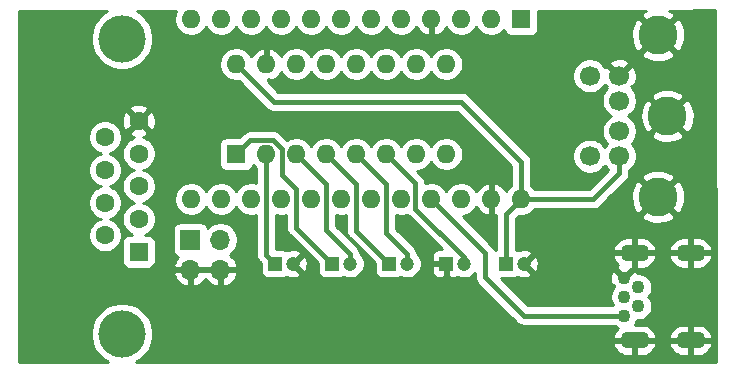
<source format=gbr>
%TF.GenerationSoftware,KiCad,Pcbnew,5.1.7*%
%TF.CreationDate,2020-11-23T16:55:56+01:00*%
%TF.ProjectId,ps2-serial-mouse-adapter,7073322d-7365-4726-9961-6c2d6d6f7573,0.5*%
%TF.SameCoordinates,Original*%
%TF.FileFunction,Copper,L2,Bot*%
%TF.FilePolarity,Positive*%
%FSLAX46Y46*%
G04 Gerber Fmt 4.6, Leading zero omitted, Abs format (unit mm)*
G04 Created by KiCad (PCBNEW 5.1.7) date 2020-11-23 16:55:56*
%MOMM*%
%LPD*%
G01*
G04 APERTURE LIST*
%TA.AperFunction,ComponentPad*%
%ADD10C,3.300000*%
%TD*%
%TA.AperFunction,ComponentPad*%
%ADD11C,1.700000*%
%TD*%
%TA.AperFunction,ComponentPad*%
%ADD12O,1.700000X1.700000*%
%TD*%
%TA.AperFunction,ComponentPad*%
%ADD13R,1.700000X1.700000*%
%TD*%
%TA.AperFunction,ComponentPad*%
%ADD14C,1.200000*%
%TD*%
%TA.AperFunction,ComponentPad*%
%ADD15R,1.200000X1.200000*%
%TD*%
%TA.AperFunction,ComponentPad*%
%ADD16O,1.600000X1.600000*%
%TD*%
%TA.AperFunction,ComponentPad*%
%ADD17R,1.600000X1.600000*%
%TD*%
%TA.AperFunction,ComponentPad*%
%ADD18C,4.000000*%
%TD*%
%TA.AperFunction,ComponentPad*%
%ADD19C,1.600000*%
%TD*%
%TA.AperFunction,ComponentPad*%
%ADD20O,2.500000X1.400000*%
%TD*%
%TA.AperFunction,ComponentPad*%
%ADD21C,1.100000*%
%TD*%
%TA.AperFunction,Conductor*%
%ADD22C,0.400000*%
%TD*%
%TA.AperFunction,Conductor*%
%ADD23C,0.450000*%
%TD*%
%TA.AperFunction,Conductor*%
%ADD24C,0.254000*%
%TD*%
%TA.AperFunction,Conductor*%
%ADD25C,0.100000*%
%TD*%
G04 APERTURE END LIST*
D10*
%TO.P,MOUSE1,7*%
%TO.N,GND*%
X136042500Y-57856500D03*
X136042500Y-71556500D03*
X136842500Y-64706500D03*
D11*
%TO.P,MOUSE1,1*%
%TO.N,DATA*%
X132762500Y-63406500D03*
%TO.P,MOUSE1,2*%
%TO.N,N/C*%
X132762500Y-66006500D03*
%TO.P,MOUSE1,3*%
%TO.N,GND*%
X132762500Y-61306500D03*
%TO.P,MOUSE1,5*%
%TO.N,CLK*%
X130262500Y-61306500D03*
%TO.P,MOUSE1,4*%
%TO.N,Net-(C2-Pad1)*%
X132762500Y-68106500D03*
%TO.P,MOUSE1,6*%
%TO.N,N/C*%
X130262500Y-68106500D03*
%TD*%
D12*
%TO.P,JP1,4*%
%TO.N,GND*%
X98996500Y-77724000D03*
%TO.P,JP1,3*%
%TO.N,Net-(JP1-Pad3)*%
X98996500Y-75184000D03*
%TO.P,JP1,2*%
%TO.N,GND*%
X96456500Y-77724000D03*
D13*
%TO.P,JP1,1*%
%TO.N,Net-(JP1-Pad1)*%
X96456500Y-75184000D03*
%TD*%
D14*
%TO.P,C2,2*%
%TO.N,GND*%
X124690000Y-77216000D03*
D15*
%TO.P,C2,1*%
%TO.N,Net-(C2-Pad1)*%
X123190000Y-77216000D03*
%TD*%
D16*
%TO.P,U1,24*%
%TO.N,Net-(C2-Pad1)*%
X124460000Y-71755000D03*
%TO.P,U1,12*%
%TO.N,N/C*%
X96520000Y-56515000D03*
%TO.P,U1,23*%
%TO.N,GND*%
X121920000Y-71755000D03*
%TO.P,U1,11*%
%TO.N,N/C*%
X99060000Y-56515000D03*
%TO.P,U1,22*%
X119380000Y-71755000D03*
%TO.P,U1,10*%
X101600000Y-56515000D03*
%TO.P,U1,21*%
%TO.N,VCC*%
X116840000Y-71755000D03*
%TO.P,U1,9*%
%TO.N,N/C*%
X104140000Y-56515000D03*
%TO.P,U1,20*%
%TO.N,DATA*%
X114300000Y-71755000D03*
%TO.P,U1,8*%
%TO.N,DTS*%
X106680000Y-56515000D03*
%TO.P,U1,19*%
%TO.N,N/C*%
X111760000Y-71755000D03*
%TO.P,U1,7*%
%TO.N,TX*%
X109220000Y-56515000D03*
%TO.P,U1,18*%
%TO.N,N/C*%
X109220000Y-71755000D03*
%TO.P,U1,6*%
%TO.N,RTS*%
X111760000Y-56515000D03*
%TO.P,U1,17*%
%TO.N,N/C*%
X106680000Y-71755000D03*
%TO.P,U1,5*%
%TO.N,CLK*%
X114300000Y-56515000D03*
%TO.P,U1,16*%
%TO.N,N/C*%
X104140000Y-71755000D03*
%TO.P,U1,4*%
%TO.N,GND*%
X116840000Y-56515000D03*
%TO.P,U1,15*%
%TO.N,Net-(JP1-Pad3)*%
X101600000Y-71755000D03*
%TO.P,U1,3*%
%TO.N,N/C*%
X119380000Y-56515000D03*
%TO.P,U1,14*%
%TO.N,Net-(JP1-Pad1)*%
X99060000Y-71755000D03*
%TO.P,U1,2*%
%TO.N,N/C*%
X121920000Y-56515000D03*
%TO.P,U1,13*%
X96520000Y-71755000D03*
D17*
%TO.P,U1,1*%
X124460000Y-56515000D03*
%TD*%
D14*
%TO.P,C5,2*%
%TO.N,Net-(C5-Pad2)*%
X119610000Y-77216000D03*
D15*
%TO.P,C5,1*%
%TO.N,GND*%
X118110000Y-77216000D03*
%TD*%
D18*
%TO.P,RS232,0*%
%TO.N,N/C*%
X90655000Y-83160000D03*
X90655000Y-58160000D03*
D19*
%TO.P,RS232,9*%
X89235000Y-66505000D03*
%TO.P,RS232,8*%
X89235000Y-69275000D03*
%TO.P,RS232,7*%
%TO.N,Net-(RS232-Pad7)*%
X89235000Y-72045000D03*
%TO.P,RS232,6*%
%TO.N,N/C*%
X89235000Y-74815000D03*
%TO.P,RS232,5*%
%TO.N,GND*%
X92075000Y-65120000D03*
%TO.P,RS232,4*%
%TO.N,Net-(RS232-Pad4)*%
X92075000Y-67890000D03*
%TO.P,RS232,3*%
%TO.N,N/C*%
X92075000Y-70660000D03*
%TO.P,RS232,2*%
%TO.N,Net-(RS232-Pad2)*%
X92075000Y-73430000D03*
D17*
%TO.P,RS232,1*%
%TO.N,N/C*%
X92075000Y-76200000D03*
%TD*%
D16*
%TO.P,U2,16*%
%TO.N,Net-(C2-Pad1)*%
X100330000Y-60325000D03*
%TO.P,U2,8*%
%TO.N,Net-(RS232-Pad7)*%
X118110000Y-67945000D03*
%TO.P,U2,15*%
%TO.N,GND*%
X102870000Y-60325000D03*
%TO.P,U2,7*%
%TO.N,Net-(RS232-Pad2)*%
X115570000Y-67945000D03*
%TO.P,U2,14*%
%TO.N,N/C*%
X105410000Y-60325000D03*
%TO.P,U2,6*%
%TO.N,Net-(C5-Pad2)*%
X113030000Y-67945000D03*
%TO.P,U2,13*%
%TO.N,Net-(RS232-Pad4)*%
X107950000Y-60325000D03*
%TO.P,U2,5*%
%TO.N,Net-(C3-Pad2)*%
X110490000Y-67945000D03*
%TO.P,U2,12*%
%TO.N,DTS*%
X110490000Y-60325000D03*
%TO.P,U2,4*%
%TO.N,Net-(C3-Pad1)*%
X107950000Y-67945000D03*
%TO.P,U2,11*%
%TO.N,N/C*%
X113030000Y-60325000D03*
%TO.P,U2,3*%
%TO.N,Net-(C1-Pad2)*%
X105410000Y-67945000D03*
%TO.P,U2,10*%
%TO.N,TX*%
X115570000Y-60325000D03*
%TO.P,U2,2*%
%TO.N,Net-(C4-Pad1)*%
X102870000Y-67945000D03*
%TO.P,U2,9*%
%TO.N,RTS*%
X118110000Y-60325000D03*
D17*
%TO.P,U2,1*%
%TO.N,Net-(C1-Pad1)*%
X100330000Y-67945000D03*
%TD*%
D20*
%TO.P,PWR1,6*%
%TO.N,GND*%
X138809500Y-76310000D03*
X138809500Y-83710000D03*
X134059500Y-83710000D03*
X134059500Y-76310000D03*
D21*
%TO.P,PWR1,4*%
%TO.N,N/C*%
X134359500Y-79210000D03*
%TO.P,PWR1,2*%
X134359500Y-80810000D03*
%TO.P,PWR1,1*%
%TO.N,VCC*%
X133159500Y-81610000D03*
%TO.P,PWR1,5*%
%TO.N,GND*%
X133159500Y-78410000D03*
%TO.P,PWR1,3*%
%TO.N,N/C*%
X133159500Y-80010000D03*
%TD*%
D14*
%TO.P,C4,2*%
%TO.N,GND*%
X105132000Y-77216000D03*
D15*
%TO.P,C4,1*%
%TO.N,Net-(C4-Pad1)*%
X103632000Y-77216000D03*
%TD*%
D14*
%TO.P,C3,2*%
%TO.N,Net-(C3-Pad2)*%
X114784000Y-77216000D03*
D15*
%TO.P,C3,1*%
%TO.N,Net-(C3-Pad1)*%
X113284000Y-77216000D03*
%TD*%
D14*
%TO.P,C1,2*%
%TO.N,Net-(C1-Pad2)*%
X109958000Y-77216000D03*
D15*
%TO.P,C1,1*%
%TO.N,Net-(C1-Pad1)*%
X108458000Y-77216000D03*
%TD*%
D22*
%TO.N,Net-(C1-Pad2)*%
X109958000Y-76367472D02*
X109958000Y-77216000D01*
X107950000Y-74359472D02*
X109958000Y-76367472D01*
X107950000Y-70485000D02*
X107950000Y-74359472D01*
X105410000Y-67945000D02*
X107950000Y-70485000D01*
%TO.N,Net-(C1-Pad1)*%
X105410000Y-74168000D02*
X108458000Y-77216000D01*
X105410000Y-70866000D02*
X105410000Y-74168000D01*
X104209999Y-67508997D02*
X104209999Y-69665999D01*
X103446001Y-66744999D02*
X104209999Y-67508997D01*
X101530001Y-66744999D02*
X103446001Y-66744999D01*
X104209999Y-69665999D02*
X105410000Y-70866000D01*
X100330000Y-67945000D02*
X101530001Y-66744999D01*
D23*
%TO.N,Net-(C2-Pad1)*%
X124460000Y-71755000D02*
X124460000Y-68580000D01*
X124460000Y-68580000D02*
X119380000Y-63500000D01*
X103505000Y-63500000D02*
X100330000Y-60325000D01*
X119380000Y-63500000D02*
X103505000Y-63500000D01*
X123190000Y-73025000D02*
X123190000Y-77216000D01*
X124460000Y-71755000D02*
X123190000Y-73025000D01*
X132762500Y-69548500D02*
X132762500Y-68106500D01*
X130556000Y-71755000D02*
X132762500Y-69548500D01*
X124460000Y-71755000D02*
X130556000Y-71755000D01*
D22*
%TO.N,Net-(C3-Pad2)*%
X114784000Y-76367472D02*
X114784000Y-77216000D01*
X113030000Y-74613472D02*
X114784000Y-76367472D01*
X113030000Y-70485000D02*
X113030000Y-74613472D01*
X110490000Y-67945000D02*
X113030000Y-70485000D01*
%TO.N,Net-(C3-Pad1)*%
X110490000Y-74422000D02*
X113284000Y-77216000D01*
X110490000Y-70485000D02*
X110490000Y-74422000D01*
X107950000Y-67945000D02*
X110490000Y-70485000D01*
%TO.N,Net-(C4-Pad1)*%
X102870000Y-76454000D02*
X103632000Y-77216000D01*
X102870000Y-67945000D02*
X102870000Y-76454000D01*
%TO.N,Net-(C5-Pad2)*%
X119610000Y-76684000D02*
X119610000Y-77216000D01*
X115500001Y-72574001D02*
X119610000Y-76684000D01*
X115500001Y-70415001D02*
X115500001Y-72574001D01*
X113030000Y-67945000D02*
X115500001Y-70415001D01*
D23*
%TO.N,VCC*%
X121412000Y-76327000D02*
X116840000Y-71755000D01*
X121412000Y-78359000D02*
X121412000Y-76327000D01*
X124663000Y-81610000D02*
X121412000Y-78359000D01*
X133159500Y-81610000D02*
X124663000Y-81610000D01*
%TD*%
D24*
%TO.N,GND*%
X140943649Y-85509500D02*
X91868393Y-85509500D01*
X91903141Y-85495107D01*
X92334715Y-85206738D01*
X92701738Y-84839715D01*
X92990107Y-84408141D01*
X93141217Y-84043329D01*
X132216784Y-84043329D01*
X132227520Y-84103550D01*
X132328931Y-84346090D01*
X132475710Y-84564185D01*
X132662217Y-84749455D01*
X132881285Y-84894779D01*
X133124495Y-84994572D01*
X133382500Y-85045000D01*
X133932500Y-85045000D01*
X133932500Y-83837000D01*
X134186500Y-83837000D01*
X134186500Y-85045000D01*
X134736500Y-85045000D01*
X134994505Y-84994572D01*
X135237715Y-84894779D01*
X135456783Y-84749455D01*
X135643290Y-84564185D01*
X135790069Y-84346090D01*
X135891480Y-84103550D01*
X135902216Y-84043329D01*
X136966784Y-84043329D01*
X136977520Y-84103550D01*
X137078931Y-84346090D01*
X137225710Y-84564185D01*
X137412217Y-84749455D01*
X137631285Y-84894779D01*
X137874495Y-84994572D01*
X138132500Y-85045000D01*
X138682500Y-85045000D01*
X138682500Y-83837000D01*
X138936500Y-83837000D01*
X138936500Y-85045000D01*
X139486500Y-85045000D01*
X139744505Y-84994572D01*
X139987715Y-84894779D01*
X140206783Y-84749455D01*
X140393290Y-84564185D01*
X140540069Y-84346090D01*
X140641480Y-84103550D01*
X140652216Y-84043329D01*
X140528874Y-83837000D01*
X138936500Y-83837000D01*
X138682500Y-83837000D01*
X137090126Y-83837000D01*
X136966784Y-84043329D01*
X135902216Y-84043329D01*
X135778874Y-83837000D01*
X134186500Y-83837000D01*
X133932500Y-83837000D01*
X132340126Y-83837000D01*
X132216784Y-84043329D01*
X93141217Y-84043329D01*
X93188739Y-83928601D01*
X93290000Y-83419525D01*
X93290000Y-82900475D01*
X93188739Y-82391399D01*
X92990107Y-81911859D01*
X92701738Y-81480285D01*
X92334715Y-81113262D01*
X91903141Y-80824893D01*
X91423601Y-80626261D01*
X90914525Y-80525000D01*
X90395475Y-80525000D01*
X89886399Y-80626261D01*
X89406859Y-80824893D01*
X88975285Y-81113262D01*
X88608262Y-81480285D01*
X88319893Y-81911859D01*
X88121261Y-82391399D01*
X88020000Y-82900475D01*
X88020000Y-83419525D01*
X88121261Y-83928601D01*
X88319893Y-84408141D01*
X88608262Y-84839715D01*
X88975285Y-85206738D01*
X89406859Y-85495107D01*
X89441607Y-85509500D01*
X81940000Y-85509500D01*
X81940000Y-78080891D01*
X95015019Y-78080891D01*
X95112343Y-78355252D01*
X95261322Y-78605355D01*
X95456231Y-78821588D01*
X95689580Y-78995641D01*
X95952401Y-79120825D01*
X96099610Y-79165476D01*
X96329500Y-79044155D01*
X96329500Y-77851000D01*
X96583500Y-77851000D01*
X96583500Y-79044155D01*
X96813390Y-79165476D01*
X96960599Y-79120825D01*
X97223420Y-78995641D01*
X97456769Y-78821588D01*
X97651678Y-78605355D01*
X97726500Y-78479745D01*
X97801322Y-78605355D01*
X97996231Y-78821588D01*
X98229580Y-78995641D01*
X98492401Y-79120825D01*
X98639610Y-79165476D01*
X98869500Y-79044155D01*
X98869500Y-77851000D01*
X99123500Y-77851000D01*
X99123500Y-79044155D01*
X99353390Y-79165476D01*
X99500599Y-79120825D01*
X99763420Y-78995641D01*
X99996769Y-78821588D01*
X100191678Y-78605355D01*
X100340657Y-78355252D01*
X100437981Y-78080891D01*
X100317314Y-77851000D01*
X99123500Y-77851000D01*
X98869500Y-77851000D01*
X96583500Y-77851000D01*
X96329500Y-77851000D01*
X95135686Y-77851000D01*
X95015019Y-78080891D01*
X81940000Y-78080891D01*
X81940000Y-66363665D01*
X87800000Y-66363665D01*
X87800000Y-66646335D01*
X87855147Y-66923574D01*
X87963320Y-67184727D01*
X88120363Y-67419759D01*
X88320241Y-67619637D01*
X88555273Y-67776680D01*
X88816426Y-67884853D01*
X88842301Y-67890000D01*
X88816426Y-67895147D01*
X88555273Y-68003320D01*
X88320241Y-68160363D01*
X88120363Y-68360241D01*
X87963320Y-68595273D01*
X87855147Y-68856426D01*
X87800000Y-69133665D01*
X87800000Y-69416335D01*
X87855147Y-69693574D01*
X87963320Y-69954727D01*
X88120363Y-70189759D01*
X88320241Y-70389637D01*
X88555273Y-70546680D01*
X88816426Y-70654853D01*
X88842301Y-70660000D01*
X88816426Y-70665147D01*
X88555273Y-70773320D01*
X88320241Y-70930363D01*
X88120363Y-71130241D01*
X87963320Y-71365273D01*
X87855147Y-71626426D01*
X87800000Y-71903665D01*
X87800000Y-72186335D01*
X87855147Y-72463574D01*
X87963320Y-72724727D01*
X88120363Y-72959759D01*
X88320241Y-73159637D01*
X88555273Y-73316680D01*
X88816426Y-73424853D01*
X88842301Y-73430000D01*
X88816426Y-73435147D01*
X88555273Y-73543320D01*
X88320241Y-73700363D01*
X88120363Y-73900241D01*
X87963320Y-74135273D01*
X87855147Y-74396426D01*
X87800000Y-74673665D01*
X87800000Y-74956335D01*
X87855147Y-75233574D01*
X87963320Y-75494727D01*
X88120363Y-75729759D01*
X88320241Y-75929637D01*
X88555273Y-76086680D01*
X88816426Y-76194853D01*
X89093665Y-76250000D01*
X89376335Y-76250000D01*
X89653574Y-76194853D01*
X89914727Y-76086680D01*
X90149759Y-75929637D01*
X90349637Y-75729759D01*
X90506680Y-75494727D01*
X90545917Y-75400000D01*
X90636928Y-75400000D01*
X90636928Y-77000000D01*
X90649188Y-77124482D01*
X90685498Y-77244180D01*
X90744463Y-77354494D01*
X90823815Y-77451185D01*
X90920506Y-77530537D01*
X91030820Y-77589502D01*
X91150518Y-77625812D01*
X91275000Y-77638072D01*
X92875000Y-77638072D01*
X92999482Y-77625812D01*
X93119180Y-77589502D01*
X93229494Y-77530537D01*
X93326185Y-77451185D01*
X93405537Y-77354494D01*
X93464502Y-77244180D01*
X93500812Y-77124482D01*
X93513072Y-77000000D01*
X93513072Y-75400000D01*
X93500812Y-75275518D01*
X93464502Y-75155820D01*
X93405537Y-75045506D01*
X93326185Y-74948815D01*
X93229494Y-74869463D01*
X93119180Y-74810498D01*
X92999482Y-74774188D01*
X92875000Y-74761928D01*
X92609275Y-74761928D01*
X92754727Y-74701680D01*
X92989759Y-74544637D01*
X93189637Y-74344759D01*
X93196825Y-74334000D01*
X94968428Y-74334000D01*
X94968428Y-76034000D01*
X94980688Y-76158482D01*
X95016998Y-76278180D01*
X95075963Y-76388494D01*
X95155315Y-76485185D01*
X95252006Y-76564537D01*
X95362320Y-76623502D01*
X95438126Y-76646498D01*
X95261322Y-76842645D01*
X95112343Y-77092748D01*
X95015019Y-77367109D01*
X95135686Y-77597000D01*
X96329500Y-77597000D01*
X96329500Y-77577000D01*
X96583500Y-77577000D01*
X96583500Y-77597000D01*
X98869500Y-77597000D01*
X98869500Y-77577000D01*
X99123500Y-77577000D01*
X99123500Y-77597000D01*
X100317314Y-77597000D01*
X100437981Y-77367109D01*
X100340657Y-77092748D01*
X100191678Y-76842645D01*
X99996769Y-76626412D01*
X99767094Y-76455100D01*
X99943132Y-76337475D01*
X100149975Y-76130632D01*
X100312490Y-75887411D01*
X100424432Y-75617158D01*
X100481500Y-75330260D01*
X100481500Y-75037740D01*
X100424432Y-74750842D01*
X100312490Y-74480589D01*
X100149975Y-74237368D01*
X99943132Y-74030525D01*
X99699911Y-73868010D01*
X99429658Y-73756068D01*
X99142760Y-73699000D01*
X98850240Y-73699000D01*
X98563342Y-73756068D01*
X98293089Y-73868010D01*
X98049868Y-74030525D01*
X97918013Y-74162380D01*
X97896002Y-74089820D01*
X97837037Y-73979506D01*
X97757685Y-73882815D01*
X97660994Y-73803463D01*
X97550680Y-73744498D01*
X97430982Y-73708188D01*
X97306500Y-73695928D01*
X95606500Y-73695928D01*
X95482018Y-73708188D01*
X95362320Y-73744498D01*
X95252006Y-73803463D01*
X95155315Y-73882815D01*
X95075963Y-73979506D01*
X95016998Y-74089820D01*
X94980688Y-74209518D01*
X94968428Y-74334000D01*
X93196825Y-74334000D01*
X93346680Y-74109727D01*
X93454853Y-73848574D01*
X93510000Y-73571335D01*
X93510000Y-73288665D01*
X93454853Y-73011426D01*
X93346680Y-72750273D01*
X93189637Y-72515241D01*
X92989759Y-72315363D01*
X92754727Y-72158320D01*
X92493574Y-72050147D01*
X92467699Y-72045000D01*
X92493574Y-72039853D01*
X92754727Y-71931680D01*
X92989759Y-71774637D01*
X93150731Y-71613665D01*
X95085000Y-71613665D01*
X95085000Y-71896335D01*
X95140147Y-72173574D01*
X95248320Y-72434727D01*
X95405363Y-72669759D01*
X95605241Y-72869637D01*
X95840273Y-73026680D01*
X96101426Y-73134853D01*
X96378665Y-73190000D01*
X96661335Y-73190000D01*
X96938574Y-73134853D01*
X97199727Y-73026680D01*
X97434759Y-72869637D01*
X97634637Y-72669759D01*
X97790000Y-72437241D01*
X97945363Y-72669759D01*
X98145241Y-72869637D01*
X98380273Y-73026680D01*
X98641426Y-73134853D01*
X98918665Y-73190000D01*
X99201335Y-73190000D01*
X99478574Y-73134853D01*
X99739727Y-73026680D01*
X99974759Y-72869637D01*
X100174637Y-72669759D01*
X100330000Y-72437241D01*
X100485363Y-72669759D01*
X100685241Y-72869637D01*
X100920273Y-73026680D01*
X101181426Y-73134853D01*
X101458665Y-73190000D01*
X101741335Y-73190000D01*
X102018574Y-73134853D01*
X102035001Y-73128049D01*
X102035001Y-76412971D01*
X102030960Y-76454000D01*
X102047082Y-76617688D01*
X102094828Y-76775086D01*
X102160234Y-76897451D01*
X102172365Y-76920146D01*
X102276710Y-77047291D01*
X102308574Y-77073441D01*
X102393928Y-77158795D01*
X102393928Y-77816000D01*
X102406188Y-77940482D01*
X102442498Y-78060180D01*
X102501463Y-78170494D01*
X102580815Y-78267185D01*
X102677506Y-78346537D01*
X102787820Y-78405502D01*
X102907518Y-78441812D01*
X103032000Y-78454072D01*
X104232000Y-78454072D01*
X104356482Y-78441812D01*
X104476180Y-78405502D01*
X104586494Y-78346537D01*
X104603681Y-78332432D01*
X104730516Y-78390237D01*
X104967313Y-78446000D01*
X105210438Y-78454495D01*
X105450549Y-78415395D01*
X105678418Y-78330202D01*
X105754852Y-78289348D01*
X105802159Y-78065764D01*
X105132000Y-77395605D01*
X105117858Y-77409748D01*
X104938253Y-77230143D01*
X104952395Y-77216000D01*
X105311605Y-77216000D01*
X105981764Y-77886159D01*
X106205348Y-77838852D01*
X106306237Y-77617484D01*
X106362000Y-77380687D01*
X106370495Y-77137562D01*
X106331395Y-76897451D01*
X106246202Y-76669582D01*
X106205348Y-76593148D01*
X105981764Y-76545841D01*
X105311605Y-77216000D01*
X104952395Y-77216000D01*
X104938253Y-77201858D01*
X105117858Y-77022253D01*
X105132000Y-77036395D01*
X105802159Y-76366236D01*
X105754852Y-76142652D01*
X105533484Y-76041763D01*
X105296687Y-75986000D01*
X105053562Y-75977505D01*
X104813451Y-76016605D01*
X104599883Y-76096451D01*
X104586494Y-76085463D01*
X104476180Y-76026498D01*
X104356482Y-75990188D01*
X104232000Y-75977928D01*
X103705000Y-75977928D01*
X103705000Y-73128049D01*
X103721426Y-73134853D01*
X103998665Y-73190000D01*
X104281335Y-73190000D01*
X104558574Y-73134853D01*
X104575001Y-73128049D01*
X104575001Y-74126972D01*
X104570960Y-74168000D01*
X104587082Y-74331688D01*
X104634828Y-74489086D01*
X104686464Y-74585689D01*
X104712365Y-74634146D01*
X104816710Y-74761291D01*
X104848574Y-74787441D01*
X107219928Y-77158797D01*
X107219928Y-77816000D01*
X107232188Y-77940482D01*
X107268498Y-78060180D01*
X107327463Y-78170494D01*
X107406815Y-78267185D01*
X107503506Y-78346537D01*
X107613820Y-78405502D01*
X107733518Y-78441812D01*
X107858000Y-78454072D01*
X109058000Y-78454072D01*
X109182482Y-78441812D01*
X109302180Y-78405502D01*
X109412494Y-78346537D01*
X109428478Y-78333419D01*
X109597764Y-78403540D01*
X109836363Y-78451000D01*
X110079637Y-78451000D01*
X110318236Y-78403540D01*
X110542992Y-78310443D01*
X110745267Y-78175287D01*
X110917287Y-78003267D01*
X111052443Y-77800992D01*
X111145540Y-77576236D01*
X111193000Y-77337637D01*
X111193000Y-77094363D01*
X111145540Y-76855764D01*
X111052443Y-76631008D01*
X110917287Y-76428733D01*
X110790596Y-76302042D01*
X110788246Y-76278180D01*
X110780918Y-76203783D01*
X110733172Y-76046385D01*
X110655636Y-75901326D01*
X110622609Y-75861082D01*
X110577439Y-75806042D01*
X110577437Y-75806040D01*
X110551291Y-75774181D01*
X110519433Y-75748036D01*
X108785000Y-74013605D01*
X108785000Y-73128049D01*
X108801426Y-73134853D01*
X109078665Y-73190000D01*
X109361335Y-73190000D01*
X109638574Y-73134853D01*
X109655001Y-73128049D01*
X109655001Y-74380972D01*
X109650960Y-74422000D01*
X109667082Y-74585688D01*
X109714828Y-74743086D01*
X109792364Y-74888145D01*
X109792365Y-74888146D01*
X109896710Y-75015291D01*
X109928574Y-75041441D01*
X112045928Y-77158797D01*
X112045928Y-77816000D01*
X112058188Y-77940482D01*
X112094498Y-78060180D01*
X112153463Y-78170494D01*
X112232815Y-78267185D01*
X112329506Y-78346537D01*
X112439820Y-78405502D01*
X112559518Y-78441812D01*
X112684000Y-78454072D01*
X113884000Y-78454072D01*
X114008482Y-78441812D01*
X114128180Y-78405502D01*
X114238494Y-78346537D01*
X114254478Y-78333419D01*
X114423764Y-78403540D01*
X114662363Y-78451000D01*
X114905637Y-78451000D01*
X115144236Y-78403540D01*
X115368992Y-78310443D01*
X115571267Y-78175287D01*
X115743287Y-78003267D01*
X115868414Y-77816000D01*
X116871928Y-77816000D01*
X116884188Y-77940482D01*
X116920498Y-78060180D01*
X116979463Y-78170494D01*
X117058815Y-78267185D01*
X117155506Y-78346537D01*
X117265820Y-78405502D01*
X117385518Y-78441812D01*
X117510000Y-78454072D01*
X117824250Y-78451000D01*
X117983000Y-78292250D01*
X117983000Y-77343000D01*
X117033750Y-77343000D01*
X116875000Y-77501750D01*
X116871928Y-77816000D01*
X115868414Y-77816000D01*
X115878443Y-77800992D01*
X115971540Y-77576236D01*
X116019000Y-77337637D01*
X116019000Y-77094363D01*
X115971540Y-76855764D01*
X115878443Y-76631008D01*
X115743287Y-76428733D01*
X115616596Y-76302042D01*
X115614673Y-76282524D01*
X115606918Y-76203783D01*
X115559172Y-76046385D01*
X115481636Y-75901326D01*
X115448609Y-75861082D01*
X115403439Y-75806042D01*
X115403437Y-75806040D01*
X115377291Y-75774181D01*
X115345433Y-75748036D01*
X113865000Y-74267605D01*
X113865000Y-73128049D01*
X113881426Y-73134853D01*
X114158665Y-73190000D01*
X114441335Y-73190000D01*
X114718574Y-73134853D01*
X114839113Y-73084924D01*
X114906711Y-73167292D01*
X114938575Y-73193442D01*
X117725164Y-75980031D01*
X117510000Y-75977928D01*
X117385518Y-75990188D01*
X117265820Y-76026498D01*
X117155506Y-76085463D01*
X117058815Y-76164815D01*
X116979463Y-76261506D01*
X116920498Y-76371820D01*
X116884188Y-76491518D01*
X116871928Y-76616000D01*
X116875000Y-76930250D01*
X117033750Y-77089000D01*
X117983000Y-77089000D01*
X117983000Y-77069000D01*
X118237000Y-77069000D01*
X118237000Y-77089000D01*
X118257000Y-77089000D01*
X118257000Y-77343000D01*
X118237000Y-77343000D01*
X118237000Y-78292250D01*
X118395750Y-78451000D01*
X118710000Y-78454072D01*
X118834482Y-78441812D01*
X118954180Y-78405502D01*
X119064494Y-78346537D01*
X119080478Y-78333419D01*
X119249764Y-78403540D01*
X119488363Y-78451000D01*
X119731637Y-78451000D01*
X119970236Y-78403540D01*
X120194992Y-78310443D01*
X120397267Y-78175287D01*
X120552000Y-78020554D01*
X120552000Y-78316761D01*
X120547840Y-78359000D01*
X120552000Y-78401239D01*
X120552000Y-78401245D01*
X120564444Y-78527588D01*
X120613619Y-78689699D01*
X120693476Y-78839101D01*
X120800946Y-78970054D01*
X120833765Y-78996988D01*
X124025017Y-82188241D01*
X124051946Y-82221054D01*
X124182898Y-82328524D01*
X124332300Y-82408381D01*
X124418950Y-82434665D01*
X124494409Y-82457556D01*
X124525538Y-82460622D01*
X124620754Y-82470000D01*
X124620760Y-82470000D01*
X124662999Y-82474160D01*
X124705238Y-82470000D01*
X132343656Y-82470000D01*
X132404106Y-82530450D01*
X132598192Y-82660134D01*
X132650773Y-82681913D01*
X132475710Y-82855815D01*
X132328931Y-83073910D01*
X132227520Y-83316450D01*
X132216784Y-83376671D01*
X132340126Y-83583000D01*
X133932500Y-83583000D01*
X133932500Y-83563000D01*
X134186500Y-83563000D01*
X134186500Y-83583000D01*
X135778874Y-83583000D01*
X135902216Y-83376671D01*
X136966784Y-83376671D01*
X137090126Y-83583000D01*
X138682500Y-83583000D01*
X138682500Y-82375000D01*
X138936500Y-82375000D01*
X138936500Y-83583000D01*
X140528874Y-83583000D01*
X140652216Y-83376671D01*
X140641480Y-83316450D01*
X140540069Y-83073910D01*
X140393290Y-82855815D01*
X140206783Y-82670545D01*
X139987715Y-82525221D01*
X139744505Y-82425428D01*
X139486500Y-82375000D01*
X138936500Y-82375000D01*
X138682500Y-82375000D01*
X138132500Y-82375000D01*
X137874495Y-82425428D01*
X137631285Y-82525221D01*
X137412217Y-82670545D01*
X137225710Y-82855815D01*
X137078931Y-83073910D01*
X136977520Y-83316450D01*
X136966784Y-83376671D01*
X135902216Y-83376671D01*
X135891480Y-83316450D01*
X135790069Y-83073910D01*
X135643290Y-82855815D01*
X135456783Y-82670545D01*
X135237715Y-82525221D01*
X134994505Y-82425428D01*
X134736500Y-82375000D01*
X134070344Y-82375000D01*
X134079950Y-82365394D01*
X134209634Y-82171308D01*
X134282663Y-81995000D01*
X134476212Y-81995000D01*
X134705152Y-81949461D01*
X134920808Y-81860134D01*
X135114894Y-81730450D01*
X135279950Y-81565394D01*
X135409634Y-81371308D01*
X135498961Y-81155652D01*
X135544500Y-80926712D01*
X135544500Y-80693288D01*
X135498961Y-80464348D01*
X135409634Y-80248692D01*
X135279950Y-80054606D01*
X135235344Y-80010000D01*
X135279950Y-79965394D01*
X135409634Y-79771308D01*
X135498961Y-79555652D01*
X135544500Y-79326712D01*
X135544500Y-79093288D01*
X135498961Y-78864348D01*
X135409634Y-78648692D01*
X135279950Y-78454606D01*
X135114894Y-78289550D01*
X134920808Y-78159866D01*
X134705152Y-78070539D01*
X134476212Y-78025000D01*
X134280833Y-78025000D01*
X134226308Y-77881066D01*
X134191978Y-77816841D01*
X133973479Y-77775626D01*
X133339105Y-78410000D01*
X133353248Y-78424143D01*
X133173643Y-78603748D01*
X133159500Y-78589605D01*
X133145358Y-78603748D01*
X132965753Y-78424143D01*
X132979895Y-78410000D01*
X132345521Y-77775626D01*
X132127022Y-77816841D01*
X132031141Y-78029665D01*
X131978622Y-78257105D01*
X131971484Y-78490421D01*
X132010000Y-78720646D01*
X132092692Y-78938934D01*
X132127022Y-79003159D01*
X132345518Y-79044374D01*
X132228155Y-79161737D01*
X132280037Y-79213619D01*
X132239050Y-79254606D01*
X132109366Y-79448692D01*
X132020039Y-79664348D01*
X131974500Y-79893288D01*
X131974500Y-80126712D01*
X132020039Y-80355652D01*
X132109366Y-80571308D01*
X132228764Y-80750000D01*
X125019224Y-80750000D01*
X122723295Y-78454072D01*
X123790000Y-78454072D01*
X123914482Y-78441812D01*
X124034180Y-78405502D01*
X124144494Y-78346537D01*
X124161681Y-78332432D01*
X124288516Y-78390237D01*
X124525313Y-78446000D01*
X124768438Y-78454495D01*
X125008549Y-78415395D01*
X125236418Y-78330202D01*
X125312852Y-78289348D01*
X125360159Y-78065764D01*
X124690000Y-77395605D01*
X124675858Y-77409748D01*
X124496253Y-77230143D01*
X124510395Y-77216000D01*
X124869605Y-77216000D01*
X125539764Y-77886159D01*
X125763348Y-77838852D01*
X125864237Y-77617484D01*
X125920000Y-77380687D01*
X125928495Y-77137562D01*
X125889395Y-76897451D01*
X125804202Y-76669582D01*
X125790170Y-76643329D01*
X132216784Y-76643329D01*
X132227520Y-76703550D01*
X132328931Y-76946090D01*
X132475710Y-77164185D01*
X132648915Y-77336241D01*
X132630566Y-77343192D01*
X132566341Y-77377522D01*
X132525126Y-77596021D01*
X133159500Y-78230395D01*
X133744895Y-77645000D01*
X133932500Y-77645000D01*
X133932500Y-76437000D01*
X134186500Y-76437000D01*
X134186500Y-77645000D01*
X134736500Y-77645000D01*
X134994505Y-77594572D01*
X135237715Y-77494779D01*
X135456783Y-77349455D01*
X135643290Y-77164185D01*
X135790069Y-76946090D01*
X135891480Y-76703550D01*
X135902216Y-76643329D01*
X136966784Y-76643329D01*
X136977520Y-76703550D01*
X137078931Y-76946090D01*
X137225710Y-77164185D01*
X137412217Y-77349455D01*
X137631285Y-77494779D01*
X137874495Y-77594572D01*
X138132500Y-77645000D01*
X138682500Y-77645000D01*
X138682500Y-76437000D01*
X138936500Y-76437000D01*
X138936500Y-77645000D01*
X139486500Y-77645000D01*
X139744505Y-77594572D01*
X139987715Y-77494779D01*
X140206783Y-77349455D01*
X140393290Y-77164185D01*
X140540069Y-76946090D01*
X140641480Y-76703550D01*
X140652216Y-76643329D01*
X140528874Y-76437000D01*
X138936500Y-76437000D01*
X138682500Y-76437000D01*
X137090126Y-76437000D01*
X136966784Y-76643329D01*
X135902216Y-76643329D01*
X135778874Y-76437000D01*
X134186500Y-76437000D01*
X133932500Y-76437000D01*
X132340126Y-76437000D01*
X132216784Y-76643329D01*
X125790170Y-76643329D01*
X125763348Y-76593148D01*
X125539764Y-76545841D01*
X124869605Y-77216000D01*
X124510395Y-77216000D01*
X124496253Y-77201858D01*
X124675858Y-77022253D01*
X124690000Y-77036395D01*
X125360159Y-76366236D01*
X125312852Y-76142652D01*
X125091484Y-76041763D01*
X124854687Y-75986000D01*
X124611562Y-75977505D01*
X124371451Y-76016605D01*
X124157883Y-76096451D01*
X124144494Y-76085463D01*
X124050000Y-76034954D01*
X124050000Y-75976671D01*
X132216784Y-75976671D01*
X132340126Y-76183000D01*
X133932500Y-76183000D01*
X133932500Y-74975000D01*
X134186500Y-74975000D01*
X134186500Y-76183000D01*
X135778874Y-76183000D01*
X135902216Y-75976671D01*
X136966784Y-75976671D01*
X137090126Y-76183000D01*
X138682500Y-76183000D01*
X138682500Y-74975000D01*
X138936500Y-74975000D01*
X138936500Y-76183000D01*
X140528874Y-76183000D01*
X140652216Y-75976671D01*
X140641480Y-75916450D01*
X140540069Y-75673910D01*
X140393290Y-75455815D01*
X140206783Y-75270545D01*
X139987715Y-75125221D01*
X139744505Y-75025428D01*
X139486500Y-74975000D01*
X138936500Y-74975000D01*
X138682500Y-74975000D01*
X138132500Y-74975000D01*
X137874495Y-75025428D01*
X137631285Y-75125221D01*
X137412217Y-75270545D01*
X137225710Y-75455815D01*
X137078931Y-75673910D01*
X136977520Y-75916450D01*
X136966784Y-75976671D01*
X135902216Y-75976671D01*
X135891480Y-75916450D01*
X135790069Y-75673910D01*
X135643290Y-75455815D01*
X135456783Y-75270545D01*
X135237715Y-75125221D01*
X134994505Y-75025428D01*
X134736500Y-74975000D01*
X134186500Y-74975000D01*
X133932500Y-74975000D01*
X133382500Y-74975000D01*
X133124495Y-75025428D01*
X132881285Y-75125221D01*
X132662217Y-75270545D01*
X132475710Y-75455815D01*
X132328931Y-75673910D01*
X132227520Y-75916450D01*
X132216784Y-75976671D01*
X124050000Y-75976671D01*
X124050000Y-73381223D01*
X124254072Y-73177151D01*
X124318665Y-73190000D01*
X124601335Y-73190000D01*
X124777616Y-73154935D01*
X134623670Y-73154935D01*
X134797723Y-73485854D01*
X135198040Y-73691625D01*
X135630808Y-73815346D01*
X136079398Y-73852259D01*
X136526570Y-73800949D01*
X136955139Y-73663385D01*
X137287277Y-73485854D01*
X137461330Y-73154935D01*
X136042500Y-71736105D01*
X134623670Y-73154935D01*
X124777616Y-73154935D01*
X124878574Y-73134853D01*
X125139727Y-73026680D01*
X125374759Y-72869637D01*
X125574637Y-72669759D01*
X125611226Y-72615000D01*
X130513761Y-72615000D01*
X130556000Y-72619160D01*
X130598239Y-72615000D01*
X130598246Y-72615000D01*
X130724589Y-72602556D01*
X130886700Y-72553381D01*
X131036102Y-72473524D01*
X131167054Y-72366054D01*
X131193988Y-72333235D01*
X131933825Y-71593398D01*
X133746741Y-71593398D01*
X133798051Y-72040570D01*
X133935615Y-72469139D01*
X134113146Y-72801277D01*
X134444065Y-72975330D01*
X135862895Y-71556500D01*
X136222105Y-71556500D01*
X137640935Y-72975330D01*
X137971854Y-72801277D01*
X138177625Y-72400960D01*
X138301346Y-71968192D01*
X138338259Y-71519602D01*
X138286949Y-71072430D01*
X138149385Y-70643861D01*
X137971854Y-70311723D01*
X137640935Y-70137670D01*
X136222105Y-71556500D01*
X135862895Y-71556500D01*
X134444065Y-70137670D01*
X134113146Y-70311723D01*
X133907375Y-70712040D01*
X133783654Y-71144808D01*
X133746741Y-71593398D01*
X131933825Y-71593398D01*
X133340742Y-70186482D01*
X133373554Y-70159554D01*
X133481024Y-70028602D01*
X133518726Y-69958065D01*
X134623670Y-69958065D01*
X136042500Y-71376895D01*
X137461330Y-69958065D01*
X137287277Y-69627146D01*
X136886960Y-69421375D01*
X136454192Y-69297654D01*
X136005602Y-69260741D01*
X135558430Y-69312051D01*
X135129861Y-69449615D01*
X134797723Y-69627146D01*
X134623670Y-69958065D01*
X133518726Y-69958065D01*
X133560881Y-69879200D01*
X133601516Y-69745241D01*
X133610056Y-69717090D01*
X133615474Y-69662082D01*
X133622500Y-69590746D01*
X133622500Y-69590740D01*
X133626660Y-69548501D01*
X133622500Y-69506262D01*
X133622500Y-69317861D01*
X133709132Y-69259975D01*
X133915975Y-69053132D01*
X134078490Y-68809911D01*
X134190432Y-68539658D01*
X134247500Y-68252760D01*
X134247500Y-67960240D01*
X134190432Y-67673342D01*
X134078490Y-67403089D01*
X133915975Y-67159868D01*
X133812607Y-67056500D01*
X133915975Y-66953132D01*
X134078490Y-66709911D01*
X134190432Y-66439658D01*
X134217230Y-66304935D01*
X135423670Y-66304935D01*
X135597723Y-66635854D01*
X135998040Y-66841625D01*
X136430808Y-66965346D01*
X136879398Y-67002259D01*
X137326570Y-66950949D01*
X137755139Y-66813385D01*
X138087277Y-66635854D01*
X138261330Y-66304935D01*
X136842500Y-64886105D01*
X135423670Y-66304935D01*
X134217230Y-66304935D01*
X134247500Y-66152760D01*
X134247500Y-65860240D01*
X134190432Y-65573342D01*
X134078490Y-65303089D01*
X133915975Y-65059868D01*
X133709132Y-64853025D01*
X133545064Y-64743398D01*
X134546741Y-64743398D01*
X134598051Y-65190570D01*
X134735615Y-65619139D01*
X134913146Y-65951277D01*
X135244065Y-66125330D01*
X136662895Y-64706500D01*
X137022105Y-64706500D01*
X138440935Y-66125330D01*
X138771854Y-65951277D01*
X138977625Y-65550960D01*
X139101346Y-65118192D01*
X139138259Y-64669602D01*
X139086949Y-64222430D01*
X138949385Y-63793861D01*
X138771854Y-63461723D01*
X138440935Y-63287670D01*
X137022105Y-64706500D01*
X136662895Y-64706500D01*
X135244065Y-63287670D01*
X134913146Y-63461723D01*
X134707375Y-63862040D01*
X134583654Y-64294808D01*
X134546741Y-64743398D01*
X133545064Y-64743398D01*
X133489842Y-64706500D01*
X133709132Y-64559975D01*
X133915975Y-64353132D01*
X134078490Y-64109911D01*
X134190432Y-63839658D01*
X134247500Y-63552760D01*
X134247500Y-63260240D01*
X134217231Y-63108065D01*
X135423670Y-63108065D01*
X136842500Y-64526895D01*
X138261330Y-63108065D01*
X138087277Y-62777146D01*
X137686960Y-62571375D01*
X137254192Y-62447654D01*
X136805602Y-62410741D01*
X136358430Y-62462051D01*
X135929861Y-62599615D01*
X135597723Y-62777146D01*
X135423670Y-63108065D01*
X134217231Y-63108065D01*
X134190432Y-62973342D01*
X134078490Y-62703089D01*
X133915975Y-62459868D01*
X133817254Y-62361147D01*
X133907004Y-62271396D01*
X133790899Y-62155291D01*
X134039972Y-62077657D01*
X134165871Y-61813617D01*
X134237839Y-61530089D01*
X134253111Y-61237969D01*
X134211099Y-60948481D01*
X134113419Y-60672753D01*
X134039972Y-60535343D01*
X133790897Y-60457708D01*
X132942105Y-61306500D01*
X132956248Y-61320643D01*
X132776643Y-61500248D01*
X132762500Y-61486105D01*
X132748358Y-61500248D01*
X132568753Y-61320643D01*
X132582895Y-61306500D01*
X131734103Y-60457708D01*
X131524916Y-60522910D01*
X131415975Y-60359868D01*
X131334210Y-60278103D01*
X131913708Y-60278103D01*
X132762500Y-61126895D01*
X133611292Y-60278103D01*
X133533657Y-60029028D01*
X133269617Y-59903129D01*
X132986089Y-59831161D01*
X132693969Y-59815889D01*
X132404481Y-59857901D01*
X132128753Y-59955581D01*
X131991343Y-60029028D01*
X131913708Y-60278103D01*
X131334210Y-60278103D01*
X131209132Y-60153025D01*
X130965911Y-59990510D01*
X130695658Y-59878568D01*
X130408760Y-59821500D01*
X130116240Y-59821500D01*
X129829342Y-59878568D01*
X129559089Y-59990510D01*
X129315868Y-60153025D01*
X129109025Y-60359868D01*
X128946510Y-60603089D01*
X128834568Y-60873342D01*
X128777500Y-61160240D01*
X128777500Y-61452760D01*
X128834568Y-61739658D01*
X128946510Y-62009911D01*
X129109025Y-62253132D01*
X129315868Y-62459975D01*
X129559089Y-62622490D01*
X129829342Y-62734432D01*
X130116240Y-62791500D01*
X130408760Y-62791500D01*
X130695658Y-62734432D01*
X130965911Y-62622490D01*
X131209132Y-62459975D01*
X131415975Y-62253132D01*
X131524916Y-62090090D01*
X131734101Y-62155291D01*
X131617996Y-62271396D01*
X131707747Y-62361147D01*
X131609025Y-62459868D01*
X131446510Y-62703089D01*
X131334568Y-62973342D01*
X131277500Y-63260240D01*
X131277500Y-63552760D01*
X131334568Y-63839658D01*
X131446510Y-64109911D01*
X131609025Y-64353132D01*
X131815868Y-64559975D01*
X132035158Y-64706500D01*
X131815868Y-64853025D01*
X131609025Y-65059868D01*
X131446510Y-65303089D01*
X131334568Y-65573342D01*
X131277500Y-65860240D01*
X131277500Y-66152760D01*
X131334568Y-66439658D01*
X131446510Y-66709911D01*
X131609025Y-66953132D01*
X131712393Y-67056500D01*
X131609025Y-67159868D01*
X131512500Y-67304328D01*
X131415975Y-67159868D01*
X131209132Y-66953025D01*
X130965911Y-66790510D01*
X130695658Y-66678568D01*
X130408760Y-66621500D01*
X130116240Y-66621500D01*
X129829342Y-66678568D01*
X129559089Y-66790510D01*
X129315868Y-66953025D01*
X129109025Y-67159868D01*
X128946510Y-67403089D01*
X128834568Y-67673342D01*
X128777500Y-67960240D01*
X128777500Y-68252760D01*
X128834568Y-68539658D01*
X128946510Y-68809911D01*
X129109025Y-69053132D01*
X129315868Y-69259975D01*
X129559089Y-69422490D01*
X129829342Y-69534432D01*
X130116240Y-69591500D01*
X130408760Y-69591500D01*
X130695658Y-69534432D01*
X130965911Y-69422490D01*
X131209132Y-69259975D01*
X131415975Y-69053132D01*
X131512500Y-68908672D01*
X131609025Y-69053132D01*
X131815868Y-69259975D01*
X131827218Y-69267559D01*
X130199777Y-70895000D01*
X125611226Y-70895000D01*
X125574637Y-70840241D01*
X125374759Y-70640363D01*
X125320000Y-70603774D01*
X125320000Y-68622239D01*
X125324160Y-68580000D01*
X125320000Y-68537761D01*
X125320000Y-68537754D01*
X125307556Y-68411411D01*
X125307476Y-68411145D01*
X125276361Y-68308574D01*
X125258381Y-68249300D01*
X125178524Y-68099898D01*
X125071054Y-67968946D01*
X125038241Y-67942017D01*
X120017988Y-62921765D01*
X119991054Y-62888946D01*
X119860102Y-62781476D01*
X119710700Y-62701619D01*
X119548589Y-62652444D01*
X119422246Y-62640000D01*
X119422239Y-62640000D01*
X119380000Y-62635840D01*
X119337761Y-62640000D01*
X103861224Y-62640000D01*
X102981224Y-61760000D01*
X102997002Y-61760000D01*
X102997002Y-61594916D01*
X103219039Y-61716904D01*
X103353087Y-61676246D01*
X103607420Y-61556037D01*
X103833414Y-61388519D01*
X104022385Y-61180131D01*
X104133933Y-60994135D01*
X104138320Y-61004727D01*
X104295363Y-61239759D01*
X104495241Y-61439637D01*
X104730273Y-61596680D01*
X104991426Y-61704853D01*
X105268665Y-61760000D01*
X105551335Y-61760000D01*
X105828574Y-61704853D01*
X106089727Y-61596680D01*
X106324759Y-61439637D01*
X106524637Y-61239759D01*
X106680000Y-61007241D01*
X106835363Y-61239759D01*
X107035241Y-61439637D01*
X107270273Y-61596680D01*
X107531426Y-61704853D01*
X107808665Y-61760000D01*
X108091335Y-61760000D01*
X108368574Y-61704853D01*
X108629727Y-61596680D01*
X108864759Y-61439637D01*
X109064637Y-61239759D01*
X109220000Y-61007241D01*
X109375363Y-61239759D01*
X109575241Y-61439637D01*
X109810273Y-61596680D01*
X110071426Y-61704853D01*
X110348665Y-61760000D01*
X110631335Y-61760000D01*
X110908574Y-61704853D01*
X111169727Y-61596680D01*
X111404759Y-61439637D01*
X111604637Y-61239759D01*
X111760000Y-61007241D01*
X111915363Y-61239759D01*
X112115241Y-61439637D01*
X112350273Y-61596680D01*
X112611426Y-61704853D01*
X112888665Y-61760000D01*
X113171335Y-61760000D01*
X113448574Y-61704853D01*
X113709727Y-61596680D01*
X113944759Y-61439637D01*
X114144637Y-61239759D01*
X114300000Y-61007241D01*
X114455363Y-61239759D01*
X114655241Y-61439637D01*
X114890273Y-61596680D01*
X115151426Y-61704853D01*
X115428665Y-61760000D01*
X115711335Y-61760000D01*
X115988574Y-61704853D01*
X116249727Y-61596680D01*
X116484759Y-61439637D01*
X116684637Y-61239759D01*
X116840000Y-61007241D01*
X116995363Y-61239759D01*
X117195241Y-61439637D01*
X117430273Y-61596680D01*
X117691426Y-61704853D01*
X117968665Y-61760000D01*
X118251335Y-61760000D01*
X118528574Y-61704853D01*
X118789727Y-61596680D01*
X119024759Y-61439637D01*
X119224637Y-61239759D01*
X119381680Y-61004727D01*
X119489853Y-60743574D01*
X119545000Y-60466335D01*
X119545000Y-60183665D01*
X119489853Y-59906426D01*
X119381680Y-59645273D01*
X119254501Y-59454935D01*
X134623670Y-59454935D01*
X134797723Y-59785854D01*
X135198040Y-59991625D01*
X135630808Y-60115346D01*
X136079398Y-60152259D01*
X136526570Y-60100949D01*
X136955139Y-59963385D01*
X137287277Y-59785854D01*
X137461330Y-59454935D01*
X136042500Y-58036105D01*
X134623670Y-59454935D01*
X119254501Y-59454935D01*
X119224637Y-59410241D01*
X119024759Y-59210363D01*
X118789727Y-59053320D01*
X118528574Y-58945147D01*
X118251335Y-58890000D01*
X117968665Y-58890000D01*
X117691426Y-58945147D01*
X117430273Y-59053320D01*
X117195241Y-59210363D01*
X116995363Y-59410241D01*
X116840000Y-59642759D01*
X116684637Y-59410241D01*
X116484759Y-59210363D01*
X116249727Y-59053320D01*
X115988574Y-58945147D01*
X115711335Y-58890000D01*
X115428665Y-58890000D01*
X115151426Y-58945147D01*
X114890273Y-59053320D01*
X114655241Y-59210363D01*
X114455363Y-59410241D01*
X114300000Y-59642759D01*
X114144637Y-59410241D01*
X113944759Y-59210363D01*
X113709727Y-59053320D01*
X113448574Y-58945147D01*
X113171335Y-58890000D01*
X112888665Y-58890000D01*
X112611426Y-58945147D01*
X112350273Y-59053320D01*
X112115241Y-59210363D01*
X111915363Y-59410241D01*
X111760000Y-59642759D01*
X111604637Y-59410241D01*
X111404759Y-59210363D01*
X111169727Y-59053320D01*
X110908574Y-58945147D01*
X110631335Y-58890000D01*
X110348665Y-58890000D01*
X110071426Y-58945147D01*
X109810273Y-59053320D01*
X109575241Y-59210363D01*
X109375363Y-59410241D01*
X109220000Y-59642759D01*
X109064637Y-59410241D01*
X108864759Y-59210363D01*
X108629727Y-59053320D01*
X108368574Y-58945147D01*
X108091335Y-58890000D01*
X107808665Y-58890000D01*
X107531426Y-58945147D01*
X107270273Y-59053320D01*
X107035241Y-59210363D01*
X106835363Y-59410241D01*
X106680000Y-59642759D01*
X106524637Y-59410241D01*
X106324759Y-59210363D01*
X106089727Y-59053320D01*
X105828574Y-58945147D01*
X105551335Y-58890000D01*
X105268665Y-58890000D01*
X104991426Y-58945147D01*
X104730273Y-59053320D01*
X104495241Y-59210363D01*
X104295363Y-59410241D01*
X104138320Y-59645273D01*
X104133933Y-59655865D01*
X104022385Y-59469869D01*
X103833414Y-59261481D01*
X103607420Y-59093963D01*
X103353087Y-58973754D01*
X103219039Y-58933096D01*
X102997000Y-59055085D01*
X102997000Y-60198000D01*
X103017000Y-60198000D01*
X103017000Y-60452000D01*
X102997000Y-60452000D01*
X102997000Y-60472000D01*
X102743000Y-60472000D01*
X102743000Y-60452000D01*
X102723000Y-60452000D01*
X102723000Y-60198000D01*
X102743000Y-60198000D01*
X102743000Y-59055085D01*
X102520961Y-58933096D01*
X102386913Y-58973754D01*
X102132580Y-59093963D01*
X101906586Y-59261481D01*
X101717615Y-59469869D01*
X101606067Y-59655865D01*
X101601680Y-59645273D01*
X101444637Y-59410241D01*
X101244759Y-59210363D01*
X101009727Y-59053320D01*
X100748574Y-58945147D01*
X100471335Y-58890000D01*
X100188665Y-58890000D01*
X99911426Y-58945147D01*
X99650273Y-59053320D01*
X99415241Y-59210363D01*
X99215363Y-59410241D01*
X99058320Y-59645273D01*
X98950147Y-59906426D01*
X98895000Y-60183665D01*
X98895000Y-60466335D01*
X98950147Y-60743574D01*
X99058320Y-61004727D01*
X99215363Y-61239759D01*
X99415241Y-61439637D01*
X99650273Y-61596680D01*
X99911426Y-61704853D01*
X100188665Y-61760000D01*
X100471335Y-61760000D01*
X100535928Y-61747151D01*
X102867015Y-64078239D01*
X102893946Y-64111054D01*
X103024898Y-64218524D01*
X103174300Y-64298381D01*
X103287235Y-64332639D01*
X103336410Y-64347556D01*
X103353558Y-64349245D01*
X103462754Y-64360000D01*
X103462760Y-64360000D01*
X103504999Y-64364160D01*
X103547238Y-64360000D01*
X119023777Y-64360000D01*
X123600001Y-68936225D01*
X123600000Y-70603774D01*
X123545241Y-70640363D01*
X123345363Y-70840241D01*
X123188320Y-71075273D01*
X123183933Y-71085865D01*
X123072385Y-70899869D01*
X122883414Y-70691481D01*
X122657420Y-70523963D01*
X122403087Y-70403754D01*
X122269039Y-70363096D01*
X122047000Y-70485085D01*
X122047000Y-71628000D01*
X122067000Y-71628000D01*
X122067000Y-71882000D01*
X122047000Y-71882000D01*
X122047000Y-73024915D01*
X122269039Y-73146904D01*
X122330000Y-73128414D01*
X122330001Y-76034954D01*
X122237160Y-76084579D01*
X122225574Y-76046385D01*
X122210381Y-75996300D01*
X122130524Y-75846898D01*
X122023054Y-75715946D01*
X121990235Y-75689012D01*
X119491223Y-73190000D01*
X119521335Y-73190000D01*
X119798574Y-73134853D01*
X120059727Y-73026680D01*
X120294759Y-72869637D01*
X120494637Y-72669759D01*
X120651680Y-72434727D01*
X120656067Y-72424135D01*
X120767615Y-72610131D01*
X120956586Y-72818519D01*
X121182580Y-72986037D01*
X121436913Y-73106246D01*
X121570961Y-73146904D01*
X121793000Y-73024915D01*
X121793000Y-71882000D01*
X121773000Y-71882000D01*
X121773000Y-71628000D01*
X121793000Y-71628000D01*
X121793000Y-70485085D01*
X121570961Y-70363096D01*
X121436913Y-70403754D01*
X121182580Y-70523963D01*
X120956586Y-70691481D01*
X120767615Y-70899869D01*
X120656067Y-71085865D01*
X120651680Y-71075273D01*
X120494637Y-70840241D01*
X120294759Y-70640363D01*
X120059727Y-70483320D01*
X119798574Y-70375147D01*
X119521335Y-70320000D01*
X119238665Y-70320000D01*
X118961426Y-70375147D01*
X118700273Y-70483320D01*
X118465241Y-70640363D01*
X118265363Y-70840241D01*
X118110000Y-71072759D01*
X117954637Y-70840241D01*
X117754759Y-70640363D01*
X117519727Y-70483320D01*
X117258574Y-70375147D01*
X116981335Y-70320000D01*
X116698665Y-70320000D01*
X116421426Y-70375147D01*
X116338499Y-70409497D01*
X116322919Y-70251312D01*
X116275173Y-70093914D01*
X116197637Y-69948855D01*
X116119440Y-69853571D01*
X116119438Y-69853569D01*
X116093292Y-69821710D01*
X116061434Y-69795565D01*
X115645869Y-69380000D01*
X115711335Y-69380000D01*
X115988574Y-69324853D01*
X116249727Y-69216680D01*
X116484759Y-69059637D01*
X116684637Y-68859759D01*
X116840000Y-68627241D01*
X116995363Y-68859759D01*
X117195241Y-69059637D01*
X117430273Y-69216680D01*
X117691426Y-69324853D01*
X117968665Y-69380000D01*
X118251335Y-69380000D01*
X118528574Y-69324853D01*
X118789727Y-69216680D01*
X119024759Y-69059637D01*
X119224637Y-68859759D01*
X119381680Y-68624727D01*
X119489853Y-68363574D01*
X119545000Y-68086335D01*
X119545000Y-67803665D01*
X119489853Y-67526426D01*
X119381680Y-67265273D01*
X119224637Y-67030241D01*
X119024759Y-66830363D01*
X118789727Y-66673320D01*
X118528574Y-66565147D01*
X118251335Y-66510000D01*
X117968665Y-66510000D01*
X117691426Y-66565147D01*
X117430273Y-66673320D01*
X117195241Y-66830363D01*
X116995363Y-67030241D01*
X116840000Y-67262759D01*
X116684637Y-67030241D01*
X116484759Y-66830363D01*
X116249727Y-66673320D01*
X115988574Y-66565147D01*
X115711335Y-66510000D01*
X115428665Y-66510000D01*
X115151426Y-66565147D01*
X114890273Y-66673320D01*
X114655241Y-66830363D01*
X114455363Y-67030241D01*
X114300000Y-67262759D01*
X114144637Y-67030241D01*
X113944759Y-66830363D01*
X113709727Y-66673320D01*
X113448574Y-66565147D01*
X113171335Y-66510000D01*
X112888665Y-66510000D01*
X112611426Y-66565147D01*
X112350273Y-66673320D01*
X112115241Y-66830363D01*
X111915363Y-67030241D01*
X111760000Y-67262759D01*
X111604637Y-67030241D01*
X111404759Y-66830363D01*
X111169727Y-66673320D01*
X110908574Y-66565147D01*
X110631335Y-66510000D01*
X110348665Y-66510000D01*
X110071426Y-66565147D01*
X109810273Y-66673320D01*
X109575241Y-66830363D01*
X109375363Y-67030241D01*
X109220000Y-67262759D01*
X109064637Y-67030241D01*
X108864759Y-66830363D01*
X108629727Y-66673320D01*
X108368574Y-66565147D01*
X108091335Y-66510000D01*
X107808665Y-66510000D01*
X107531426Y-66565147D01*
X107270273Y-66673320D01*
X107035241Y-66830363D01*
X106835363Y-67030241D01*
X106680000Y-67262759D01*
X106524637Y-67030241D01*
X106324759Y-66830363D01*
X106089727Y-66673320D01*
X105828574Y-66565147D01*
X105551335Y-66510000D01*
X105268665Y-66510000D01*
X104991426Y-66565147D01*
X104730273Y-66673320D01*
X104625318Y-66743448D01*
X104065447Y-66183578D01*
X104039292Y-66151708D01*
X103912147Y-66047363D01*
X103767088Y-65969827D01*
X103609690Y-65922081D01*
X103487020Y-65909999D01*
X103487019Y-65909999D01*
X103446001Y-65905959D01*
X103404983Y-65909999D01*
X101571019Y-65909999D01*
X101530001Y-65905959D01*
X101488983Y-65909999D01*
X101488982Y-65909999D01*
X101366312Y-65922081D01*
X101208914Y-65969827D01*
X101063855Y-66047363D01*
X100968852Y-66125330D01*
X100936710Y-66151708D01*
X100910564Y-66183567D01*
X100587204Y-66506928D01*
X99530000Y-66506928D01*
X99405518Y-66519188D01*
X99285820Y-66555498D01*
X99175506Y-66614463D01*
X99078815Y-66693815D01*
X98999463Y-66790506D01*
X98940498Y-66900820D01*
X98904188Y-67020518D01*
X98891928Y-67145000D01*
X98891928Y-68745000D01*
X98904188Y-68869482D01*
X98940498Y-68989180D01*
X98999463Y-69099494D01*
X99078815Y-69196185D01*
X99175506Y-69275537D01*
X99285820Y-69334502D01*
X99405518Y-69370812D01*
X99530000Y-69383072D01*
X101130000Y-69383072D01*
X101254482Y-69370812D01*
X101374180Y-69334502D01*
X101484494Y-69275537D01*
X101581185Y-69196185D01*
X101660537Y-69099494D01*
X101719502Y-68989180D01*
X101755812Y-68869482D01*
X101756643Y-68861039D01*
X101955241Y-69059637D01*
X102035000Y-69112930D01*
X102035000Y-70381951D01*
X102018574Y-70375147D01*
X101741335Y-70320000D01*
X101458665Y-70320000D01*
X101181426Y-70375147D01*
X100920273Y-70483320D01*
X100685241Y-70640363D01*
X100485363Y-70840241D01*
X100330000Y-71072759D01*
X100174637Y-70840241D01*
X99974759Y-70640363D01*
X99739727Y-70483320D01*
X99478574Y-70375147D01*
X99201335Y-70320000D01*
X98918665Y-70320000D01*
X98641426Y-70375147D01*
X98380273Y-70483320D01*
X98145241Y-70640363D01*
X97945363Y-70840241D01*
X97790000Y-71072759D01*
X97634637Y-70840241D01*
X97434759Y-70640363D01*
X97199727Y-70483320D01*
X96938574Y-70375147D01*
X96661335Y-70320000D01*
X96378665Y-70320000D01*
X96101426Y-70375147D01*
X95840273Y-70483320D01*
X95605241Y-70640363D01*
X95405363Y-70840241D01*
X95248320Y-71075273D01*
X95140147Y-71336426D01*
X95085000Y-71613665D01*
X93150731Y-71613665D01*
X93189637Y-71574759D01*
X93346680Y-71339727D01*
X93454853Y-71078574D01*
X93510000Y-70801335D01*
X93510000Y-70518665D01*
X93454853Y-70241426D01*
X93346680Y-69980273D01*
X93189637Y-69745241D01*
X92989759Y-69545363D01*
X92754727Y-69388320D01*
X92493574Y-69280147D01*
X92467699Y-69275000D01*
X92493574Y-69269853D01*
X92754727Y-69161680D01*
X92989759Y-69004637D01*
X93189637Y-68804759D01*
X93346680Y-68569727D01*
X93454853Y-68308574D01*
X93510000Y-68031335D01*
X93510000Y-67748665D01*
X93454853Y-67471426D01*
X93346680Y-67210273D01*
X93189637Y-66975241D01*
X92989759Y-66775363D01*
X92754727Y-66618320D01*
X92493574Y-66510147D01*
X92465118Y-66504487D01*
X92691292Y-66423603D01*
X92816514Y-66356671D01*
X92888097Y-66112702D01*
X92075000Y-65299605D01*
X91261903Y-66112702D01*
X91333486Y-66356671D01*
X91588996Y-66477571D01*
X91691289Y-66503212D01*
X91656426Y-66510147D01*
X91395273Y-66618320D01*
X91160241Y-66775363D01*
X90960363Y-66975241D01*
X90803320Y-67210273D01*
X90695147Y-67471426D01*
X90640000Y-67748665D01*
X90640000Y-68031335D01*
X90695147Y-68308574D01*
X90803320Y-68569727D01*
X90960363Y-68804759D01*
X91160241Y-69004637D01*
X91395273Y-69161680D01*
X91656426Y-69269853D01*
X91682301Y-69275000D01*
X91656426Y-69280147D01*
X91395273Y-69388320D01*
X91160241Y-69545363D01*
X90960363Y-69745241D01*
X90803320Y-69980273D01*
X90695147Y-70241426D01*
X90640000Y-70518665D01*
X90640000Y-70801335D01*
X90695147Y-71078574D01*
X90803320Y-71339727D01*
X90960363Y-71574759D01*
X91160241Y-71774637D01*
X91395273Y-71931680D01*
X91656426Y-72039853D01*
X91682301Y-72045000D01*
X91656426Y-72050147D01*
X91395273Y-72158320D01*
X91160241Y-72315363D01*
X90960363Y-72515241D01*
X90803320Y-72750273D01*
X90695147Y-73011426D01*
X90640000Y-73288665D01*
X90640000Y-73571335D01*
X90695147Y-73848574D01*
X90803320Y-74109727D01*
X90960363Y-74344759D01*
X91160241Y-74544637D01*
X91395273Y-74701680D01*
X91540725Y-74761928D01*
X91275000Y-74761928D01*
X91150518Y-74774188D01*
X91030820Y-74810498D01*
X90920506Y-74869463D01*
X90823815Y-74948815D01*
X90744463Y-75045506D01*
X90685498Y-75155820D01*
X90649188Y-75275518D01*
X90636928Y-75400000D01*
X90545917Y-75400000D01*
X90614853Y-75233574D01*
X90670000Y-74956335D01*
X90670000Y-74673665D01*
X90614853Y-74396426D01*
X90506680Y-74135273D01*
X90349637Y-73900241D01*
X90149759Y-73700363D01*
X89914727Y-73543320D01*
X89653574Y-73435147D01*
X89627699Y-73430000D01*
X89653574Y-73424853D01*
X89914727Y-73316680D01*
X90149759Y-73159637D01*
X90349637Y-72959759D01*
X90506680Y-72724727D01*
X90614853Y-72463574D01*
X90670000Y-72186335D01*
X90670000Y-71903665D01*
X90614853Y-71626426D01*
X90506680Y-71365273D01*
X90349637Y-71130241D01*
X90149759Y-70930363D01*
X89914727Y-70773320D01*
X89653574Y-70665147D01*
X89627699Y-70660000D01*
X89653574Y-70654853D01*
X89914727Y-70546680D01*
X90149759Y-70389637D01*
X90349637Y-70189759D01*
X90506680Y-69954727D01*
X90614853Y-69693574D01*
X90670000Y-69416335D01*
X90670000Y-69133665D01*
X90614853Y-68856426D01*
X90506680Y-68595273D01*
X90349637Y-68360241D01*
X90149759Y-68160363D01*
X89914727Y-68003320D01*
X89653574Y-67895147D01*
X89627699Y-67890000D01*
X89653574Y-67884853D01*
X89914727Y-67776680D01*
X90149759Y-67619637D01*
X90349637Y-67419759D01*
X90506680Y-67184727D01*
X90614853Y-66923574D01*
X90670000Y-66646335D01*
X90670000Y-66363665D01*
X90614853Y-66086426D01*
X90506680Y-65825273D01*
X90349637Y-65590241D01*
X90149759Y-65390363D01*
X89914727Y-65233320D01*
X89811380Y-65190512D01*
X90634783Y-65190512D01*
X90676213Y-65470130D01*
X90771397Y-65736292D01*
X90838329Y-65861514D01*
X91082298Y-65933097D01*
X91895395Y-65120000D01*
X92254605Y-65120000D01*
X93067702Y-65933097D01*
X93311671Y-65861514D01*
X93432571Y-65606004D01*
X93501300Y-65331816D01*
X93515217Y-65049488D01*
X93473787Y-64769870D01*
X93378603Y-64503708D01*
X93311671Y-64378486D01*
X93067702Y-64306903D01*
X92254605Y-65120000D01*
X91895395Y-65120000D01*
X91082298Y-64306903D01*
X90838329Y-64378486D01*
X90717429Y-64633996D01*
X90648700Y-64908184D01*
X90634783Y-65190512D01*
X89811380Y-65190512D01*
X89653574Y-65125147D01*
X89376335Y-65070000D01*
X89093665Y-65070000D01*
X88816426Y-65125147D01*
X88555273Y-65233320D01*
X88320241Y-65390363D01*
X88120363Y-65590241D01*
X87963320Y-65825273D01*
X87855147Y-66086426D01*
X87800000Y-66363665D01*
X81940000Y-66363665D01*
X81940000Y-64127298D01*
X91261903Y-64127298D01*
X92075000Y-64940395D01*
X92888097Y-64127298D01*
X92816514Y-63883329D01*
X92561004Y-63762429D01*
X92286816Y-63693700D01*
X92004488Y-63679783D01*
X91724870Y-63721213D01*
X91458708Y-63816397D01*
X91333486Y-63883329D01*
X91261903Y-64127298D01*
X81940000Y-64127298D01*
X81940000Y-55840804D01*
X89394803Y-55832949D01*
X88975285Y-56113262D01*
X88608262Y-56480285D01*
X88319893Y-56911859D01*
X88121261Y-57391399D01*
X88020000Y-57900475D01*
X88020000Y-58419525D01*
X88121261Y-58928601D01*
X88319893Y-59408141D01*
X88608262Y-59839715D01*
X88975285Y-60206738D01*
X89406859Y-60495107D01*
X89886399Y-60693739D01*
X90395475Y-60795000D01*
X90914525Y-60795000D01*
X91423601Y-60693739D01*
X91903141Y-60495107D01*
X92334715Y-60206738D01*
X92701738Y-59839715D01*
X92990107Y-59408141D01*
X93188739Y-58928601D01*
X93290000Y-58419525D01*
X93290000Y-57900475D01*
X93188739Y-57391399D01*
X92990107Y-56911859D01*
X92701738Y-56480285D01*
X92334715Y-56113262D01*
X91911229Y-55830297D01*
X95253998Y-55826775D01*
X95248320Y-55835273D01*
X95140147Y-56096426D01*
X95085000Y-56373665D01*
X95085000Y-56656335D01*
X95140147Y-56933574D01*
X95248320Y-57194727D01*
X95405363Y-57429759D01*
X95605241Y-57629637D01*
X95840273Y-57786680D01*
X96101426Y-57894853D01*
X96378665Y-57950000D01*
X96661335Y-57950000D01*
X96938574Y-57894853D01*
X97199727Y-57786680D01*
X97434759Y-57629637D01*
X97634637Y-57429759D01*
X97790000Y-57197241D01*
X97945363Y-57429759D01*
X98145241Y-57629637D01*
X98380273Y-57786680D01*
X98641426Y-57894853D01*
X98918665Y-57950000D01*
X99201335Y-57950000D01*
X99478574Y-57894853D01*
X99739727Y-57786680D01*
X99974759Y-57629637D01*
X100174637Y-57429759D01*
X100330000Y-57197241D01*
X100485363Y-57429759D01*
X100685241Y-57629637D01*
X100920273Y-57786680D01*
X101181426Y-57894853D01*
X101458665Y-57950000D01*
X101741335Y-57950000D01*
X102018574Y-57894853D01*
X102279727Y-57786680D01*
X102514759Y-57629637D01*
X102714637Y-57429759D01*
X102870000Y-57197241D01*
X103025363Y-57429759D01*
X103225241Y-57629637D01*
X103460273Y-57786680D01*
X103721426Y-57894853D01*
X103998665Y-57950000D01*
X104281335Y-57950000D01*
X104558574Y-57894853D01*
X104819727Y-57786680D01*
X105054759Y-57629637D01*
X105254637Y-57429759D01*
X105410000Y-57197241D01*
X105565363Y-57429759D01*
X105765241Y-57629637D01*
X106000273Y-57786680D01*
X106261426Y-57894853D01*
X106538665Y-57950000D01*
X106821335Y-57950000D01*
X107098574Y-57894853D01*
X107359727Y-57786680D01*
X107594759Y-57629637D01*
X107794637Y-57429759D01*
X107950000Y-57197241D01*
X108105363Y-57429759D01*
X108305241Y-57629637D01*
X108540273Y-57786680D01*
X108801426Y-57894853D01*
X109078665Y-57950000D01*
X109361335Y-57950000D01*
X109638574Y-57894853D01*
X109899727Y-57786680D01*
X110134759Y-57629637D01*
X110334637Y-57429759D01*
X110490000Y-57197241D01*
X110645363Y-57429759D01*
X110845241Y-57629637D01*
X111080273Y-57786680D01*
X111341426Y-57894853D01*
X111618665Y-57950000D01*
X111901335Y-57950000D01*
X112178574Y-57894853D01*
X112439727Y-57786680D01*
X112674759Y-57629637D01*
X112874637Y-57429759D01*
X113030000Y-57197241D01*
X113185363Y-57429759D01*
X113385241Y-57629637D01*
X113620273Y-57786680D01*
X113881426Y-57894853D01*
X114158665Y-57950000D01*
X114441335Y-57950000D01*
X114718574Y-57894853D01*
X114979727Y-57786680D01*
X115214759Y-57629637D01*
X115414637Y-57429759D01*
X115571680Y-57194727D01*
X115576067Y-57184135D01*
X115687615Y-57370131D01*
X115876586Y-57578519D01*
X116102580Y-57746037D01*
X116356913Y-57866246D01*
X116490961Y-57906904D01*
X116713000Y-57784915D01*
X116713000Y-56642000D01*
X116693000Y-56642000D01*
X116693000Y-56388000D01*
X116713000Y-56388000D01*
X116713000Y-56368000D01*
X116967000Y-56368000D01*
X116967000Y-56388000D01*
X116987000Y-56388000D01*
X116987000Y-56642000D01*
X116967000Y-56642000D01*
X116967000Y-57784915D01*
X117189039Y-57906904D01*
X117323087Y-57866246D01*
X117577420Y-57746037D01*
X117803414Y-57578519D01*
X117992385Y-57370131D01*
X118103933Y-57184135D01*
X118108320Y-57194727D01*
X118265363Y-57429759D01*
X118465241Y-57629637D01*
X118700273Y-57786680D01*
X118961426Y-57894853D01*
X119238665Y-57950000D01*
X119521335Y-57950000D01*
X119798574Y-57894853D01*
X120059727Y-57786680D01*
X120294759Y-57629637D01*
X120494637Y-57429759D01*
X120650000Y-57197241D01*
X120805363Y-57429759D01*
X121005241Y-57629637D01*
X121240273Y-57786680D01*
X121501426Y-57894853D01*
X121778665Y-57950000D01*
X122061335Y-57950000D01*
X122338574Y-57894853D01*
X122599727Y-57786680D01*
X122834759Y-57629637D01*
X123033357Y-57431039D01*
X123034188Y-57439482D01*
X123070498Y-57559180D01*
X123129463Y-57669494D01*
X123208815Y-57766185D01*
X123305506Y-57845537D01*
X123415820Y-57904502D01*
X123535518Y-57940812D01*
X123660000Y-57953072D01*
X125260000Y-57953072D01*
X125384482Y-57940812D01*
X125504180Y-57904502D01*
X125524953Y-57893398D01*
X133746741Y-57893398D01*
X133798051Y-58340570D01*
X133935615Y-58769139D01*
X134113146Y-59101277D01*
X134444065Y-59275330D01*
X135862895Y-57856500D01*
X136222105Y-57856500D01*
X137640935Y-59275330D01*
X137971854Y-59101277D01*
X138177625Y-58700960D01*
X138301346Y-58268192D01*
X138338259Y-57819602D01*
X138286949Y-57372430D01*
X138149385Y-56943861D01*
X137971854Y-56611723D01*
X137640935Y-56437670D01*
X136222105Y-57856500D01*
X135862895Y-57856500D01*
X134444065Y-56437670D01*
X134113146Y-56611723D01*
X133907375Y-57012040D01*
X133783654Y-57444808D01*
X133746741Y-57893398D01*
X125524953Y-57893398D01*
X125614494Y-57845537D01*
X125711185Y-57766185D01*
X125790537Y-57669494D01*
X125849502Y-57559180D01*
X125885812Y-57439482D01*
X125898072Y-57315000D01*
X125898072Y-55794484D01*
X135063987Y-55784825D01*
X134797723Y-55927146D01*
X134623670Y-56258065D01*
X136042500Y-57676895D01*
X137461330Y-56258065D01*
X137287277Y-55927146D01*
X137006418Y-55782779D01*
X140882851Y-55778694D01*
X140943649Y-85509500D01*
%TA.AperFunction,Conductor*%
D25*
G36*
X140943649Y-85509500D02*
G01*
X91868393Y-85509500D01*
X91903141Y-85495107D01*
X92334715Y-85206738D01*
X92701738Y-84839715D01*
X92990107Y-84408141D01*
X93141217Y-84043329D01*
X132216784Y-84043329D01*
X132227520Y-84103550D01*
X132328931Y-84346090D01*
X132475710Y-84564185D01*
X132662217Y-84749455D01*
X132881285Y-84894779D01*
X133124495Y-84994572D01*
X133382500Y-85045000D01*
X133932500Y-85045000D01*
X133932500Y-83837000D01*
X134186500Y-83837000D01*
X134186500Y-85045000D01*
X134736500Y-85045000D01*
X134994505Y-84994572D01*
X135237715Y-84894779D01*
X135456783Y-84749455D01*
X135643290Y-84564185D01*
X135790069Y-84346090D01*
X135891480Y-84103550D01*
X135902216Y-84043329D01*
X136966784Y-84043329D01*
X136977520Y-84103550D01*
X137078931Y-84346090D01*
X137225710Y-84564185D01*
X137412217Y-84749455D01*
X137631285Y-84894779D01*
X137874495Y-84994572D01*
X138132500Y-85045000D01*
X138682500Y-85045000D01*
X138682500Y-83837000D01*
X138936500Y-83837000D01*
X138936500Y-85045000D01*
X139486500Y-85045000D01*
X139744505Y-84994572D01*
X139987715Y-84894779D01*
X140206783Y-84749455D01*
X140393290Y-84564185D01*
X140540069Y-84346090D01*
X140641480Y-84103550D01*
X140652216Y-84043329D01*
X140528874Y-83837000D01*
X138936500Y-83837000D01*
X138682500Y-83837000D01*
X137090126Y-83837000D01*
X136966784Y-84043329D01*
X135902216Y-84043329D01*
X135778874Y-83837000D01*
X134186500Y-83837000D01*
X133932500Y-83837000D01*
X132340126Y-83837000D01*
X132216784Y-84043329D01*
X93141217Y-84043329D01*
X93188739Y-83928601D01*
X93290000Y-83419525D01*
X93290000Y-82900475D01*
X93188739Y-82391399D01*
X92990107Y-81911859D01*
X92701738Y-81480285D01*
X92334715Y-81113262D01*
X91903141Y-80824893D01*
X91423601Y-80626261D01*
X90914525Y-80525000D01*
X90395475Y-80525000D01*
X89886399Y-80626261D01*
X89406859Y-80824893D01*
X88975285Y-81113262D01*
X88608262Y-81480285D01*
X88319893Y-81911859D01*
X88121261Y-82391399D01*
X88020000Y-82900475D01*
X88020000Y-83419525D01*
X88121261Y-83928601D01*
X88319893Y-84408141D01*
X88608262Y-84839715D01*
X88975285Y-85206738D01*
X89406859Y-85495107D01*
X89441607Y-85509500D01*
X81940000Y-85509500D01*
X81940000Y-78080891D01*
X95015019Y-78080891D01*
X95112343Y-78355252D01*
X95261322Y-78605355D01*
X95456231Y-78821588D01*
X95689580Y-78995641D01*
X95952401Y-79120825D01*
X96099610Y-79165476D01*
X96329500Y-79044155D01*
X96329500Y-77851000D01*
X96583500Y-77851000D01*
X96583500Y-79044155D01*
X96813390Y-79165476D01*
X96960599Y-79120825D01*
X97223420Y-78995641D01*
X97456769Y-78821588D01*
X97651678Y-78605355D01*
X97726500Y-78479745D01*
X97801322Y-78605355D01*
X97996231Y-78821588D01*
X98229580Y-78995641D01*
X98492401Y-79120825D01*
X98639610Y-79165476D01*
X98869500Y-79044155D01*
X98869500Y-77851000D01*
X99123500Y-77851000D01*
X99123500Y-79044155D01*
X99353390Y-79165476D01*
X99500599Y-79120825D01*
X99763420Y-78995641D01*
X99996769Y-78821588D01*
X100191678Y-78605355D01*
X100340657Y-78355252D01*
X100437981Y-78080891D01*
X100317314Y-77851000D01*
X99123500Y-77851000D01*
X98869500Y-77851000D01*
X96583500Y-77851000D01*
X96329500Y-77851000D01*
X95135686Y-77851000D01*
X95015019Y-78080891D01*
X81940000Y-78080891D01*
X81940000Y-66363665D01*
X87800000Y-66363665D01*
X87800000Y-66646335D01*
X87855147Y-66923574D01*
X87963320Y-67184727D01*
X88120363Y-67419759D01*
X88320241Y-67619637D01*
X88555273Y-67776680D01*
X88816426Y-67884853D01*
X88842301Y-67890000D01*
X88816426Y-67895147D01*
X88555273Y-68003320D01*
X88320241Y-68160363D01*
X88120363Y-68360241D01*
X87963320Y-68595273D01*
X87855147Y-68856426D01*
X87800000Y-69133665D01*
X87800000Y-69416335D01*
X87855147Y-69693574D01*
X87963320Y-69954727D01*
X88120363Y-70189759D01*
X88320241Y-70389637D01*
X88555273Y-70546680D01*
X88816426Y-70654853D01*
X88842301Y-70660000D01*
X88816426Y-70665147D01*
X88555273Y-70773320D01*
X88320241Y-70930363D01*
X88120363Y-71130241D01*
X87963320Y-71365273D01*
X87855147Y-71626426D01*
X87800000Y-71903665D01*
X87800000Y-72186335D01*
X87855147Y-72463574D01*
X87963320Y-72724727D01*
X88120363Y-72959759D01*
X88320241Y-73159637D01*
X88555273Y-73316680D01*
X88816426Y-73424853D01*
X88842301Y-73430000D01*
X88816426Y-73435147D01*
X88555273Y-73543320D01*
X88320241Y-73700363D01*
X88120363Y-73900241D01*
X87963320Y-74135273D01*
X87855147Y-74396426D01*
X87800000Y-74673665D01*
X87800000Y-74956335D01*
X87855147Y-75233574D01*
X87963320Y-75494727D01*
X88120363Y-75729759D01*
X88320241Y-75929637D01*
X88555273Y-76086680D01*
X88816426Y-76194853D01*
X89093665Y-76250000D01*
X89376335Y-76250000D01*
X89653574Y-76194853D01*
X89914727Y-76086680D01*
X90149759Y-75929637D01*
X90349637Y-75729759D01*
X90506680Y-75494727D01*
X90545917Y-75400000D01*
X90636928Y-75400000D01*
X90636928Y-77000000D01*
X90649188Y-77124482D01*
X90685498Y-77244180D01*
X90744463Y-77354494D01*
X90823815Y-77451185D01*
X90920506Y-77530537D01*
X91030820Y-77589502D01*
X91150518Y-77625812D01*
X91275000Y-77638072D01*
X92875000Y-77638072D01*
X92999482Y-77625812D01*
X93119180Y-77589502D01*
X93229494Y-77530537D01*
X93326185Y-77451185D01*
X93405537Y-77354494D01*
X93464502Y-77244180D01*
X93500812Y-77124482D01*
X93513072Y-77000000D01*
X93513072Y-75400000D01*
X93500812Y-75275518D01*
X93464502Y-75155820D01*
X93405537Y-75045506D01*
X93326185Y-74948815D01*
X93229494Y-74869463D01*
X93119180Y-74810498D01*
X92999482Y-74774188D01*
X92875000Y-74761928D01*
X92609275Y-74761928D01*
X92754727Y-74701680D01*
X92989759Y-74544637D01*
X93189637Y-74344759D01*
X93196825Y-74334000D01*
X94968428Y-74334000D01*
X94968428Y-76034000D01*
X94980688Y-76158482D01*
X95016998Y-76278180D01*
X95075963Y-76388494D01*
X95155315Y-76485185D01*
X95252006Y-76564537D01*
X95362320Y-76623502D01*
X95438126Y-76646498D01*
X95261322Y-76842645D01*
X95112343Y-77092748D01*
X95015019Y-77367109D01*
X95135686Y-77597000D01*
X96329500Y-77597000D01*
X96329500Y-77577000D01*
X96583500Y-77577000D01*
X96583500Y-77597000D01*
X98869500Y-77597000D01*
X98869500Y-77577000D01*
X99123500Y-77577000D01*
X99123500Y-77597000D01*
X100317314Y-77597000D01*
X100437981Y-77367109D01*
X100340657Y-77092748D01*
X100191678Y-76842645D01*
X99996769Y-76626412D01*
X99767094Y-76455100D01*
X99943132Y-76337475D01*
X100149975Y-76130632D01*
X100312490Y-75887411D01*
X100424432Y-75617158D01*
X100481500Y-75330260D01*
X100481500Y-75037740D01*
X100424432Y-74750842D01*
X100312490Y-74480589D01*
X100149975Y-74237368D01*
X99943132Y-74030525D01*
X99699911Y-73868010D01*
X99429658Y-73756068D01*
X99142760Y-73699000D01*
X98850240Y-73699000D01*
X98563342Y-73756068D01*
X98293089Y-73868010D01*
X98049868Y-74030525D01*
X97918013Y-74162380D01*
X97896002Y-74089820D01*
X97837037Y-73979506D01*
X97757685Y-73882815D01*
X97660994Y-73803463D01*
X97550680Y-73744498D01*
X97430982Y-73708188D01*
X97306500Y-73695928D01*
X95606500Y-73695928D01*
X95482018Y-73708188D01*
X95362320Y-73744498D01*
X95252006Y-73803463D01*
X95155315Y-73882815D01*
X95075963Y-73979506D01*
X95016998Y-74089820D01*
X94980688Y-74209518D01*
X94968428Y-74334000D01*
X93196825Y-74334000D01*
X93346680Y-74109727D01*
X93454853Y-73848574D01*
X93510000Y-73571335D01*
X93510000Y-73288665D01*
X93454853Y-73011426D01*
X93346680Y-72750273D01*
X93189637Y-72515241D01*
X92989759Y-72315363D01*
X92754727Y-72158320D01*
X92493574Y-72050147D01*
X92467699Y-72045000D01*
X92493574Y-72039853D01*
X92754727Y-71931680D01*
X92989759Y-71774637D01*
X93150731Y-71613665D01*
X95085000Y-71613665D01*
X95085000Y-71896335D01*
X95140147Y-72173574D01*
X95248320Y-72434727D01*
X95405363Y-72669759D01*
X95605241Y-72869637D01*
X95840273Y-73026680D01*
X96101426Y-73134853D01*
X96378665Y-73190000D01*
X96661335Y-73190000D01*
X96938574Y-73134853D01*
X97199727Y-73026680D01*
X97434759Y-72869637D01*
X97634637Y-72669759D01*
X97790000Y-72437241D01*
X97945363Y-72669759D01*
X98145241Y-72869637D01*
X98380273Y-73026680D01*
X98641426Y-73134853D01*
X98918665Y-73190000D01*
X99201335Y-73190000D01*
X99478574Y-73134853D01*
X99739727Y-73026680D01*
X99974759Y-72869637D01*
X100174637Y-72669759D01*
X100330000Y-72437241D01*
X100485363Y-72669759D01*
X100685241Y-72869637D01*
X100920273Y-73026680D01*
X101181426Y-73134853D01*
X101458665Y-73190000D01*
X101741335Y-73190000D01*
X102018574Y-73134853D01*
X102035001Y-73128049D01*
X102035001Y-76412971D01*
X102030960Y-76454000D01*
X102047082Y-76617688D01*
X102094828Y-76775086D01*
X102160234Y-76897451D01*
X102172365Y-76920146D01*
X102276710Y-77047291D01*
X102308574Y-77073441D01*
X102393928Y-77158795D01*
X102393928Y-77816000D01*
X102406188Y-77940482D01*
X102442498Y-78060180D01*
X102501463Y-78170494D01*
X102580815Y-78267185D01*
X102677506Y-78346537D01*
X102787820Y-78405502D01*
X102907518Y-78441812D01*
X103032000Y-78454072D01*
X104232000Y-78454072D01*
X104356482Y-78441812D01*
X104476180Y-78405502D01*
X104586494Y-78346537D01*
X104603681Y-78332432D01*
X104730516Y-78390237D01*
X104967313Y-78446000D01*
X105210438Y-78454495D01*
X105450549Y-78415395D01*
X105678418Y-78330202D01*
X105754852Y-78289348D01*
X105802159Y-78065764D01*
X105132000Y-77395605D01*
X105117858Y-77409748D01*
X104938253Y-77230143D01*
X104952395Y-77216000D01*
X105311605Y-77216000D01*
X105981764Y-77886159D01*
X106205348Y-77838852D01*
X106306237Y-77617484D01*
X106362000Y-77380687D01*
X106370495Y-77137562D01*
X106331395Y-76897451D01*
X106246202Y-76669582D01*
X106205348Y-76593148D01*
X105981764Y-76545841D01*
X105311605Y-77216000D01*
X104952395Y-77216000D01*
X104938253Y-77201858D01*
X105117858Y-77022253D01*
X105132000Y-77036395D01*
X105802159Y-76366236D01*
X105754852Y-76142652D01*
X105533484Y-76041763D01*
X105296687Y-75986000D01*
X105053562Y-75977505D01*
X104813451Y-76016605D01*
X104599883Y-76096451D01*
X104586494Y-76085463D01*
X104476180Y-76026498D01*
X104356482Y-75990188D01*
X104232000Y-75977928D01*
X103705000Y-75977928D01*
X103705000Y-73128049D01*
X103721426Y-73134853D01*
X103998665Y-73190000D01*
X104281335Y-73190000D01*
X104558574Y-73134853D01*
X104575001Y-73128049D01*
X104575001Y-74126972D01*
X104570960Y-74168000D01*
X104587082Y-74331688D01*
X104634828Y-74489086D01*
X104686464Y-74585689D01*
X104712365Y-74634146D01*
X104816710Y-74761291D01*
X104848574Y-74787441D01*
X107219928Y-77158797D01*
X107219928Y-77816000D01*
X107232188Y-77940482D01*
X107268498Y-78060180D01*
X107327463Y-78170494D01*
X107406815Y-78267185D01*
X107503506Y-78346537D01*
X107613820Y-78405502D01*
X107733518Y-78441812D01*
X107858000Y-78454072D01*
X109058000Y-78454072D01*
X109182482Y-78441812D01*
X109302180Y-78405502D01*
X109412494Y-78346537D01*
X109428478Y-78333419D01*
X109597764Y-78403540D01*
X109836363Y-78451000D01*
X110079637Y-78451000D01*
X110318236Y-78403540D01*
X110542992Y-78310443D01*
X110745267Y-78175287D01*
X110917287Y-78003267D01*
X111052443Y-77800992D01*
X111145540Y-77576236D01*
X111193000Y-77337637D01*
X111193000Y-77094363D01*
X111145540Y-76855764D01*
X111052443Y-76631008D01*
X110917287Y-76428733D01*
X110790596Y-76302042D01*
X110788246Y-76278180D01*
X110780918Y-76203783D01*
X110733172Y-76046385D01*
X110655636Y-75901326D01*
X110622609Y-75861082D01*
X110577439Y-75806042D01*
X110577437Y-75806040D01*
X110551291Y-75774181D01*
X110519433Y-75748036D01*
X108785000Y-74013605D01*
X108785000Y-73128049D01*
X108801426Y-73134853D01*
X109078665Y-73190000D01*
X109361335Y-73190000D01*
X109638574Y-73134853D01*
X109655001Y-73128049D01*
X109655001Y-74380972D01*
X109650960Y-74422000D01*
X109667082Y-74585688D01*
X109714828Y-74743086D01*
X109792364Y-74888145D01*
X109792365Y-74888146D01*
X109896710Y-75015291D01*
X109928574Y-75041441D01*
X112045928Y-77158797D01*
X112045928Y-77816000D01*
X112058188Y-77940482D01*
X112094498Y-78060180D01*
X112153463Y-78170494D01*
X112232815Y-78267185D01*
X112329506Y-78346537D01*
X112439820Y-78405502D01*
X112559518Y-78441812D01*
X112684000Y-78454072D01*
X113884000Y-78454072D01*
X114008482Y-78441812D01*
X114128180Y-78405502D01*
X114238494Y-78346537D01*
X114254478Y-78333419D01*
X114423764Y-78403540D01*
X114662363Y-78451000D01*
X114905637Y-78451000D01*
X115144236Y-78403540D01*
X115368992Y-78310443D01*
X115571267Y-78175287D01*
X115743287Y-78003267D01*
X115868414Y-77816000D01*
X116871928Y-77816000D01*
X116884188Y-77940482D01*
X116920498Y-78060180D01*
X116979463Y-78170494D01*
X117058815Y-78267185D01*
X117155506Y-78346537D01*
X117265820Y-78405502D01*
X117385518Y-78441812D01*
X117510000Y-78454072D01*
X117824250Y-78451000D01*
X117983000Y-78292250D01*
X117983000Y-77343000D01*
X117033750Y-77343000D01*
X116875000Y-77501750D01*
X116871928Y-77816000D01*
X115868414Y-77816000D01*
X115878443Y-77800992D01*
X115971540Y-77576236D01*
X116019000Y-77337637D01*
X116019000Y-77094363D01*
X115971540Y-76855764D01*
X115878443Y-76631008D01*
X115743287Y-76428733D01*
X115616596Y-76302042D01*
X115614673Y-76282524D01*
X115606918Y-76203783D01*
X115559172Y-76046385D01*
X115481636Y-75901326D01*
X115448609Y-75861082D01*
X115403439Y-75806042D01*
X115403437Y-75806040D01*
X115377291Y-75774181D01*
X115345433Y-75748036D01*
X113865000Y-74267605D01*
X113865000Y-73128049D01*
X113881426Y-73134853D01*
X114158665Y-73190000D01*
X114441335Y-73190000D01*
X114718574Y-73134853D01*
X114839113Y-73084924D01*
X114906711Y-73167292D01*
X114938575Y-73193442D01*
X117725164Y-75980031D01*
X117510000Y-75977928D01*
X117385518Y-75990188D01*
X117265820Y-76026498D01*
X117155506Y-76085463D01*
X117058815Y-76164815D01*
X116979463Y-76261506D01*
X116920498Y-76371820D01*
X116884188Y-76491518D01*
X116871928Y-76616000D01*
X116875000Y-76930250D01*
X117033750Y-77089000D01*
X117983000Y-77089000D01*
X117983000Y-77069000D01*
X118237000Y-77069000D01*
X118237000Y-77089000D01*
X118257000Y-77089000D01*
X118257000Y-77343000D01*
X118237000Y-77343000D01*
X118237000Y-78292250D01*
X118395750Y-78451000D01*
X118710000Y-78454072D01*
X118834482Y-78441812D01*
X118954180Y-78405502D01*
X119064494Y-78346537D01*
X119080478Y-78333419D01*
X119249764Y-78403540D01*
X119488363Y-78451000D01*
X119731637Y-78451000D01*
X119970236Y-78403540D01*
X120194992Y-78310443D01*
X120397267Y-78175287D01*
X120552000Y-78020554D01*
X120552000Y-78316761D01*
X120547840Y-78359000D01*
X120552000Y-78401239D01*
X120552000Y-78401245D01*
X120564444Y-78527588D01*
X120613619Y-78689699D01*
X120693476Y-78839101D01*
X120800946Y-78970054D01*
X120833765Y-78996988D01*
X124025017Y-82188241D01*
X124051946Y-82221054D01*
X124182898Y-82328524D01*
X124332300Y-82408381D01*
X124418950Y-82434665D01*
X124494409Y-82457556D01*
X124525538Y-82460622D01*
X124620754Y-82470000D01*
X124620760Y-82470000D01*
X124662999Y-82474160D01*
X124705238Y-82470000D01*
X132343656Y-82470000D01*
X132404106Y-82530450D01*
X132598192Y-82660134D01*
X132650773Y-82681913D01*
X132475710Y-82855815D01*
X132328931Y-83073910D01*
X132227520Y-83316450D01*
X132216784Y-83376671D01*
X132340126Y-83583000D01*
X133932500Y-83583000D01*
X133932500Y-83563000D01*
X134186500Y-83563000D01*
X134186500Y-83583000D01*
X135778874Y-83583000D01*
X135902216Y-83376671D01*
X136966784Y-83376671D01*
X137090126Y-83583000D01*
X138682500Y-83583000D01*
X138682500Y-82375000D01*
X138936500Y-82375000D01*
X138936500Y-83583000D01*
X140528874Y-83583000D01*
X140652216Y-83376671D01*
X140641480Y-83316450D01*
X140540069Y-83073910D01*
X140393290Y-82855815D01*
X140206783Y-82670545D01*
X139987715Y-82525221D01*
X139744505Y-82425428D01*
X139486500Y-82375000D01*
X138936500Y-82375000D01*
X138682500Y-82375000D01*
X138132500Y-82375000D01*
X137874495Y-82425428D01*
X137631285Y-82525221D01*
X137412217Y-82670545D01*
X137225710Y-82855815D01*
X137078931Y-83073910D01*
X136977520Y-83316450D01*
X136966784Y-83376671D01*
X135902216Y-83376671D01*
X135891480Y-83316450D01*
X135790069Y-83073910D01*
X135643290Y-82855815D01*
X135456783Y-82670545D01*
X135237715Y-82525221D01*
X134994505Y-82425428D01*
X134736500Y-82375000D01*
X134070344Y-82375000D01*
X134079950Y-82365394D01*
X134209634Y-82171308D01*
X134282663Y-81995000D01*
X134476212Y-81995000D01*
X134705152Y-81949461D01*
X134920808Y-81860134D01*
X135114894Y-81730450D01*
X135279950Y-81565394D01*
X135409634Y-81371308D01*
X135498961Y-81155652D01*
X135544500Y-80926712D01*
X135544500Y-80693288D01*
X135498961Y-80464348D01*
X135409634Y-80248692D01*
X135279950Y-80054606D01*
X135235344Y-80010000D01*
X135279950Y-79965394D01*
X135409634Y-79771308D01*
X135498961Y-79555652D01*
X135544500Y-79326712D01*
X135544500Y-79093288D01*
X135498961Y-78864348D01*
X135409634Y-78648692D01*
X135279950Y-78454606D01*
X135114894Y-78289550D01*
X134920808Y-78159866D01*
X134705152Y-78070539D01*
X134476212Y-78025000D01*
X134280833Y-78025000D01*
X134226308Y-77881066D01*
X134191978Y-77816841D01*
X133973479Y-77775626D01*
X133339105Y-78410000D01*
X133353248Y-78424143D01*
X133173643Y-78603748D01*
X133159500Y-78589605D01*
X133145358Y-78603748D01*
X132965753Y-78424143D01*
X132979895Y-78410000D01*
X132345521Y-77775626D01*
X132127022Y-77816841D01*
X132031141Y-78029665D01*
X131978622Y-78257105D01*
X131971484Y-78490421D01*
X132010000Y-78720646D01*
X132092692Y-78938934D01*
X132127022Y-79003159D01*
X132345518Y-79044374D01*
X132228155Y-79161737D01*
X132280037Y-79213619D01*
X132239050Y-79254606D01*
X132109366Y-79448692D01*
X132020039Y-79664348D01*
X131974500Y-79893288D01*
X131974500Y-80126712D01*
X132020039Y-80355652D01*
X132109366Y-80571308D01*
X132228764Y-80750000D01*
X125019224Y-80750000D01*
X122723295Y-78454072D01*
X123790000Y-78454072D01*
X123914482Y-78441812D01*
X124034180Y-78405502D01*
X124144494Y-78346537D01*
X124161681Y-78332432D01*
X124288516Y-78390237D01*
X124525313Y-78446000D01*
X124768438Y-78454495D01*
X125008549Y-78415395D01*
X125236418Y-78330202D01*
X125312852Y-78289348D01*
X125360159Y-78065764D01*
X124690000Y-77395605D01*
X124675858Y-77409748D01*
X124496253Y-77230143D01*
X124510395Y-77216000D01*
X124869605Y-77216000D01*
X125539764Y-77886159D01*
X125763348Y-77838852D01*
X125864237Y-77617484D01*
X125920000Y-77380687D01*
X125928495Y-77137562D01*
X125889395Y-76897451D01*
X125804202Y-76669582D01*
X125790170Y-76643329D01*
X132216784Y-76643329D01*
X132227520Y-76703550D01*
X132328931Y-76946090D01*
X132475710Y-77164185D01*
X132648915Y-77336241D01*
X132630566Y-77343192D01*
X132566341Y-77377522D01*
X132525126Y-77596021D01*
X133159500Y-78230395D01*
X133744895Y-77645000D01*
X133932500Y-77645000D01*
X133932500Y-76437000D01*
X134186500Y-76437000D01*
X134186500Y-77645000D01*
X134736500Y-77645000D01*
X134994505Y-77594572D01*
X135237715Y-77494779D01*
X135456783Y-77349455D01*
X135643290Y-77164185D01*
X135790069Y-76946090D01*
X135891480Y-76703550D01*
X135902216Y-76643329D01*
X136966784Y-76643329D01*
X136977520Y-76703550D01*
X137078931Y-76946090D01*
X137225710Y-77164185D01*
X137412217Y-77349455D01*
X137631285Y-77494779D01*
X137874495Y-77594572D01*
X138132500Y-77645000D01*
X138682500Y-77645000D01*
X138682500Y-76437000D01*
X138936500Y-76437000D01*
X138936500Y-77645000D01*
X139486500Y-77645000D01*
X139744505Y-77594572D01*
X139987715Y-77494779D01*
X140206783Y-77349455D01*
X140393290Y-77164185D01*
X140540069Y-76946090D01*
X140641480Y-76703550D01*
X140652216Y-76643329D01*
X140528874Y-76437000D01*
X138936500Y-76437000D01*
X138682500Y-76437000D01*
X137090126Y-76437000D01*
X136966784Y-76643329D01*
X135902216Y-76643329D01*
X135778874Y-76437000D01*
X134186500Y-76437000D01*
X133932500Y-76437000D01*
X132340126Y-76437000D01*
X132216784Y-76643329D01*
X125790170Y-76643329D01*
X125763348Y-76593148D01*
X125539764Y-76545841D01*
X124869605Y-77216000D01*
X124510395Y-77216000D01*
X124496253Y-77201858D01*
X124675858Y-77022253D01*
X124690000Y-77036395D01*
X125360159Y-76366236D01*
X125312852Y-76142652D01*
X125091484Y-76041763D01*
X124854687Y-75986000D01*
X124611562Y-75977505D01*
X124371451Y-76016605D01*
X124157883Y-76096451D01*
X124144494Y-76085463D01*
X124050000Y-76034954D01*
X124050000Y-75976671D01*
X132216784Y-75976671D01*
X132340126Y-76183000D01*
X133932500Y-76183000D01*
X133932500Y-74975000D01*
X134186500Y-74975000D01*
X134186500Y-76183000D01*
X135778874Y-76183000D01*
X135902216Y-75976671D01*
X136966784Y-75976671D01*
X137090126Y-76183000D01*
X138682500Y-76183000D01*
X138682500Y-74975000D01*
X138936500Y-74975000D01*
X138936500Y-76183000D01*
X140528874Y-76183000D01*
X140652216Y-75976671D01*
X140641480Y-75916450D01*
X140540069Y-75673910D01*
X140393290Y-75455815D01*
X140206783Y-75270545D01*
X139987715Y-75125221D01*
X139744505Y-75025428D01*
X139486500Y-74975000D01*
X138936500Y-74975000D01*
X138682500Y-74975000D01*
X138132500Y-74975000D01*
X137874495Y-75025428D01*
X137631285Y-75125221D01*
X137412217Y-75270545D01*
X137225710Y-75455815D01*
X137078931Y-75673910D01*
X136977520Y-75916450D01*
X136966784Y-75976671D01*
X135902216Y-75976671D01*
X135891480Y-75916450D01*
X135790069Y-75673910D01*
X135643290Y-75455815D01*
X135456783Y-75270545D01*
X135237715Y-75125221D01*
X134994505Y-75025428D01*
X134736500Y-74975000D01*
X134186500Y-74975000D01*
X133932500Y-74975000D01*
X133382500Y-74975000D01*
X133124495Y-75025428D01*
X132881285Y-75125221D01*
X132662217Y-75270545D01*
X132475710Y-75455815D01*
X132328931Y-75673910D01*
X132227520Y-75916450D01*
X132216784Y-75976671D01*
X124050000Y-75976671D01*
X124050000Y-73381223D01*
X124254072Y-73177151D01*
X124318665Y-73190000D01*
X124601335Y-73190000D01*
X124777616Y-73154935D01*
X134623670Y-73154935D01*
X134797723Y-73485854D01*
X135198040Y-73691625D01*
X135630808Y-73815346D01*
X136079398Y-73852259D01*
X136526570Y-73800949D01*
X136955139Y-73663385D01*
X137287277Y-73485854D01*
X137461330Y-73154935D01*
X136042500Y-71736105D01*
X134623670Y-73154935D01*
X124777616Y-73154935D01*
X124878574Y-73134853D01*
X125139727Y-73026680D01*
X125374759Y-72869637D01*
X125574637Y-72669759D01*
X125611226Y-72615000D01*
X130513761Y-72615000D01*
X130556000Y-72619160D01*
X130598239Y-72615000D01*
X130598246Y-72615000D01*
X130724589Y-72602556D01*
X130886700Y-72553381D01*
X131036102Y-72473524D01*
X131167054Y-72366054D01*
X131193988Y-72333235D01*
X131933825Y-71593398D01*
X133746741Y-71593398D01*
X133798051Y-72040570D01*
X133935615Y-72469139D01*
X134113146Y-72801277D01*
X134444065Y-72975330D01*
X135862895Y-71556500D01*
X136222105Y-71556500D01*
X137640935Y-72975330D01*
X137971854Y-72801277D01*
X138177625Y-72400960D01*
X138301346Y-71968192D01*
X138338259Y-71519602D01*
X138286949Y-71072430D01*
X138149385Y-70643861D01*
X137971854Y-70311723D01*
X137640935Y-70137670D01*
X136222105Y-71556500D01*
X135862895Y-71556500D01*
X134444065Y-70137670D01*
X134113146Y-70311723D01*
X133907375Y-70712040D01*
X133783654Y-71144808D01*
X133746741Y-71593398D01*
X131933825Y-71593398D01*
X133340742Y-70186482D01*
X133373554Y-70159554D01*
X133481024Y-70028602D01*
X133518726Y-69958065D01*
X134623670Y-69958065D01*
X136042500Y-71376895D01*
X137461330Y-69958065D01*
X137287277Y-69627146D01*
X136886960Y-69421375D01*
X136454192Y-69297654D01*
X136005602Y-69260741D01*
X135558430Y-69312051D01*
X135129861Y-69449615D01*
X134797723Y-69627146D01*
X134623670Y-69958065D01*
X133518726Y-69958065D01*
X133560881Y-69879200D01*
X133601516Y-69745241D01*
X133610056Y-69717090D01*
X133615474Y-69662082D01*
X133622500Y-69590746D01*
X133622500Y-69590740D01*
X133626660Y-69548501D01*
X133622500Y-69506262D01*
X133622500Y-69317861D01*
X133709132Y-69259975D01*
X133915975Y-69053132D01*
X134078490Y-68809911D01*
X134190432Y-68539658D01*
X134247500Y-68252760D01*
X134247500Y-67960240D01*
X134190432Y-67673342D01*
X134078490Y-67403089D01*
X133915975Y-67159868D01*
X133812607Y-67056500D01*
X133915975Y-66953132D01*
X134078490Y-66709911D01*
X134190432Y-66439658D01*
X134217230Y-66304935D01*
X135423670Y-66304935D01*
X135597723Y-66635854D01*
X135998040Y-66841625D01*
X136430808Y-66965346D01*
X136879398Y-67002259D01*
X137326570Y-66950949D01*
X137755139Y-66813385D01*
X138087277Y-66635854D01*
X138261330Y-66304935D01*
X136842500Y-64886105D01*
X135423670Y-66304935D01*
X134217230Y-66304935D01*
X134247500Y-66152760D01*
X134247500Y-65860240D01*
X134190432Y-65573342D01*
X134078490Y-65303089D01*
X133915975Y-65059868D01*
X133709132Y-64853025D01*
X133545064Y-64743398D01*
X134546741Y-64743398D01*
X134598051Y-65190570D01*
X134735615Y-65619139D01*
X134913146Y-65951277D01*
X135244065Y-66125330D01*
X136662895Y-64706500D01*
X137022105Y-64706500D01*
X138440935Y-66125330D01*
X138771854Y-65951277D01*
X138977625Y-65550960D01*
X139101346Y-65118192D01*
X139138259Y-64669602D01*
X139086949Y-64222430D01*
X138949385Y-63793861D01*
X138771854Y-63461723D01*
X138440935Y-63287670D01*
X137022105Y-64706500D01*
X136662895Y-64706500D01*
X135244065Y-63287670D01*
X134913146Y-63461723D01*
X134707375Y-63862040D01*
X134583654Y-64294808D01*
X134546741Y-64743398D01*
X133545064Y-64743398D01*
X133489842Y-64706500D01*
X133709132Y-64559975D01*
X133915975Y-64353132D01*
X134078490Y-64109911D01*
X134190432Y-63839658D01*
X134247500Y-63552760D01*
X134247500Y-63260240D01*
X134217231Y-63108065D01*
X135423670Y-63108065D01*
X136842500Y-64526895D01*
X138261330Y-63108065D01*
X138087277Y-62777146D01*
X137686960Y-62571375D01*
X137254192Y-62447654D01*
X136805602Y-62410741D01*
X136358430Y-62462051D01*
X135929861Y-62599615D01*
X135597723Y-62777146D01*
X135423670Y-63108065D01*
X134217231Y-63108065D01*
X134190432Y-62973342D01*
X134078490Y-62703089D01*
X133915975Y-62459868D01*
X133817254Y-62361147D01*
X133907004Y-62271396D01*
X133790899Y-62155291D01*
X134039972Y-62077657D01*
X134165871Y-61813617D01*
X134237839Y-61530089D01*
X134253111Y-61237969D01*
X134211099Y-60948481D01*
X134113419Y-60672753D01*
X134039972Y-60535343D01*
X133790897Y-60457708D01*
X132942105Y-61306500D01*
X132956248Y-61320643D01*
X132776643Y-61500248D01*
X132762500Y-61486105D01*
X132748358Y-61500248D01*
X132568753Y-61320643D01*
X132582895Y-61306500D01*
X131734103Y-60457708D01*
X131524916Y-60522910D01*
X131415975Y-60359868D01*
X131334210Y-60278103D01*
X131913708Y-60278103D01*
X132762500Y-61126895D01*
X133611292Y-60278103D01*
X133533657Y-60029028D01*
X133269617Y-59903129D01*
X132986089Y-59831161D01*
X132693969Y-59815889D01*
X132404481Y-59857901D01*
X132128753Y-59955581D01*
X131991343Y-60029028D01*
X131913708Y-60278103D01*
X131334210Y-60278103D01*
X131209132Y-60153025D01*
X130965911Y-59990510D01*
X130695658Y-59878568D01*
X130408760Y-59821500D01*
X130116240Y-59821500D01*
X129829342Y-59878568D01*
X129559089Y-59990510D01*
X129315868Y-60153025D01*
X129109025Y-60359868D01*
X128946510Y-60603089D01*
X128834568Y-60873342D01*
X128777500Y-61160240D01*
X128777500Y-61452760D01*
X128834568Y-61739658D01*
X128946510Y-62009911D01*
X129109025Y-62253132D01*
X129315868Y-62459975D01*
X129559089Y-62622490D01*
X129829342Y-62734432D01*
X130116240Y-62791500D01*
X130408760Y-62791500D01*
X130695658Y-62734432D01*
X130965911Y-62622490D01*
X131209132Y-62459975D01*
X131415975Y-62253132D01*
X131524916Y-62090090D01*
X131734101Y-62155291D01*
X131617996Y-62271396D01*
X131707747Y-62361147D01*
X131609025Y-62459868D01*
X131446510Y-62703089D01*
X131334568Y-62973342D01*
X131277500Y-63260240D01*
X131277500Y-63552760D01*
X131334568Y-63839658D01*
X131446510Y-64109911D01*
X131609025Y-64353132D01*
X131815868Y-64559975D01*
X132035158Y-64706500D01*
X131815868Y-64853025D01*
X131609025Y-65059868D01*
X131446510Y-65303089D01*
X131334568Y-65573342D01*
X131277500Y-65860240D01*
X131277500Y-66152760D01*
X131334568Y-66439658D01*
X131446510Y-66709911D01*
X131609025Y-66953132D01*
X131712393Y-67056500D01*
X131609025Y-67159868D01*
X131512500Y-67304328D01*
X131415975Y-67159868D01*
X131209132Y-66953025D01*
X130965911Y-66790510D01*
X130695658Y-66678568D01*
X130408760Y-66621500D01*
X130116240Y-66621500D01*
X129829342Y-66678568D01*
X129559089Y-66790510D01*
X129315868Y-66953025D01*
X129109025Y-67159868D01*
X128946510Y-67403089D01*
X128834568Y-67673342D01*
X128777500Y-67960240D01*
X128777500Y-68252760D01*
X128834568Y-68539658D01*
X128946510Y-68809911D01*
X129109025Y-69053132D01*
X129315868Y-69259975D01*
X129559089Y-69422490D01*
X129829342Y-69534432D01*
X130116240Y-69591500D01*
X130408760Y-69591500D01*
X130695658Y-69534432D01*
X130965911Y-69422490D01*
X131209132Y-69259975D01*
X131415975Y-69053132D01*
X131512500Y-68908672D01*
X131609025Y-69053132D01*
X131815868Y-69259975D01*
X131827218Y-69267559D01*
X130199777Y-70895000D01*
X125611226Y-70895000D01*
X125574637Y-70840241D01*
X125374759Y-70640363D01*
X125320000Y-70603774D01*
X125320000Y-68622239D01*
X125324160Y-68580000D01*
X125320000Y-68537761D01*
X125320000Y-68537754D01*
X125307556Y-68411411D01*
X125307476Y-68411145D01*
X125276361Y-68308574D01*
X125258381Y-68249300D01*
X125178524Y-68099898D01*
X125071054Y-67968946D01*
X125038241Y-67942017D01*
X120017988Y-62921765D01*
X119991054Y-62888946D01*
X119860102Y-62781476D01*
X119710700Y-62701619D01*
X119548589Y-62652444D01*
X119422246Y-62640000D01*
X119422239Y-62640000D01*
X119380000Y-62635840D01*
X119337761Y-62640000D01*
X103861224Y-62640000D01*
X102981224Y-61760000D01*
X102997002Y-61760000D01*
X102997002Y-61594916D01*
X103219039Y-61716904D01*
X103353087Y-61676246D01*
X103607420Y-61556037D01*
X103833414Y-61388519D01*
X104022385Y-61180131D01*
X104133933Y-60994135D01*
X104138320Y-61004727D01*
X104295363Y-61239759D01*
X104495241Y-61439637D01*
X104730273Y-61596680D01*
X104991426Y-61704853D01*
X105268665Y-61760000D01*
X105551335Y-61760000D01*
X105828574Y-61704853D01*
X106089727Y-61596680D01*
X106324759Y-61439637D01*
X106524637Y-61239759D01*
X106680000Y-61007241D01*
X106835363Y-61239759D01*
X107035241Y-61439637D01*
X107270273Y-61596680D01*
X107531426Y-61704853D01*
X107808665Y-61760000D01*
X108091335Y-61760000D01*
X108368574Y-61704853D01*
X108629727Y-61596680D01*
X108864759Y-61439637D01*
X109064637Y-61239759D01*
X109220000Y-61007241D01*
X109375363Y-61239759D01*
X109575241Y-61439637D01*
X109810273Y-61596680D01*
X110071426Y-61704853D01*
X110348665Y-61760000D01*
X110631335Y-61760000D01*
X110908574Y-61704853D01*
X111169727Y-61596680D01*
X111404759Y-61439637D01*
X111604637Y-61239759D01*
X111760000Y-61007241D01*
X111915363Y-61239759D01*
X112115241Y-61439637D01*
X112350273Y-61596680D01*
X112611426Y-61704853D01*
X112888665Y-61760000D01*
X113171335Y-61760000D01*
X113448574Y-61704853D01*
X113709727Y-61596680D01*
X113944759Y-61439637D01*
X114144637Y-61239759D01*
X114300000Y-61007241D01*
X114455363Y-61239759D01*
X114655241Y-61439637D01*
X114890273Y-61596680D01*
X115151426Y-61704853D01*
X115428665Y-61760000D01*
X115711335Y-61760000D01*
X115988574Y-61704853D01*
X116249727Y-61596680D01*
X116484759Y-61439637D01*
X116684637Y-61239759D01*
X116840000Y-61007241D01*
X116995363Y-61239759D01*
X117195241Y-61439637D01*
X117430273Y-61596680D01*
X117691426Y-61704853D01*
X117968665Y-61760000D01*
X118251335Y-61760000D01*
X118528574Y-61704853D01*
X118789727Y-61596680D01*
X119024759Y-61439637D01*
X119224637Y-61239759D01*
X119381680Y-61004727D01*
X119489853Y-60743574D01*
X119545000Y-60466335D01*
X119545000Y-60183665D01*
X119489853Y-59906426D01*
X119381680Y-59645273D01*
X119254501Y-59454935D01*
X134623670Y-59454935D01*
X134797723Y-59785854D01*
X135198040Y-59991625D01*
X135630808Y-60115346D01*
X136079398Y-60152259D01*
X136526570Y-60100949D01*
X136955139Y-59963385D01*
X137287277Y-59785854D01*
X137461330Y-59454935D01*
X136042500Y-58036105D01*
X134623670Y-59454935D01*
X119254501Y-59454935D01*
X119224637Y-59410241D01*
X119024759Y-59210363D01*
X118789727Y-59053320D01*
X118528574Y-58945147D01*
X118251335Y-58890000D01*
X117968665Y-58890000D01*
X117691426Y-58945147D01*
X117430273Y-59053320D01*
X117195241Y-59210363D01*
X116995363Y-59410241D01*
X116840000Y-59642759D01*
X116684637Y-59410241D01*
X116484759Y-59210363D01*
X116249727Y-59053320D01*
X115988574Y-58945147D01*
X115711335Y-58890000D01*
X115428665Y-58890000D01*
X115151426Y-58945147D01*
X114890273Y-59053320D01*
X114655241Y-59210363D01*
X114455363Y-59410241D01*
X114300000Y-59642759D01*
X114144637Y-59410241D01*
X113944759Y-59210363D01*
X113709727Y-59053320D01*
X113448574Y-58945147D01*
X113171335Y-58890000D01*
X112888665Y-58890000D01*
X112611426Y-58945147D01*
X112350273Y-59053320D01*
X112115241Y-59210363D01*
X111915363Y-59410241D01*
X111760000Y-59642759D01*
X111604637Y-59410241D01*
X111404759Y-59210363D01*
X111169727Y-59053320D01*
X110908574Y-58945147D01*
X110631335Y-58890000D01*
X110348665Y-58890000D01*
X110071426Y-58945147D01*
X109810273Y-59053320D01*
X109575241Y-59210363D01*
X109375363Y-59410241D01*
X109220000Y-59642759D01*
X109064637Y-59410241D01*
X108864759Y-59210363D01*
X108629727Y-59053320D01*
X108368574Y-58945147D01*
X108091335Y-58890000D01*
X107808665Y-58890000D01*
X107531426Y-58945147D01*
X107270273Y-59053320D01*
X107035241Y-59210363D01*
X106835363Y-59410241D01*
X106680000Y-59642759D01*
X106524637Y-59410241D01*
X106324759Y-59210363D01*
X106089727Y-59053320D01*
X105828574Y-58945147D01*
X105551335Y-58890000D01*
X105268665Y-58890000D01*
X104991426Y-58945147D01*
X104730273Y-59053320D01*
X104495241Y-59210363D01*
X104295363Y-59410241D01*
X104138320Y-59645273D01*
X104133933Y-59655865D01*
X104022385Y-59469869D01*
X103833414Y-59261481D01*
X103607420Y-59093963D01*
X103353087Y-58973754D01*
X103219039Y-58933096D01*
X102997000Y-59055085D01*
X102997000Y-60198000D01*
X103017000Y-60198000D01*
X103017000Y-60452000D01*
X102997000Y-60452000D01*
X102997000Y-60472000D01*
X102743000Y-60472000D01*
X102743000Y-60452000D01*
X102723000Y-60452000D01*
X102723000Y-60198000D01*
X102743000Y-60198000D01*
X102743000Y-59055085D01*
X102520961Y-58933096D01*
X102386913Y-58973754D01*
X102132580Y-59093963D01*
X101906586Y-59261481D01*
X101717615Y-59469869D01*
X101606067Y-59655865D01*
X101601680Y-59645273D01*
X101444637Y-59410241D01*
X101244759Y-59210363D01*
X101009727Y-59053320D01*
X100748574Y-58945147D01*
X100471335Y-58890000D01*
X100188665Y-58890000D01*
X99911426Y-58945147D01*
X99650273Y-59053320D01*
X99415241Y-59210363D01*
X99215363Y-59410241D01*
X99058320Y-59645273D01*
X98950147Y-59906426D01*
X98895000Y-60183665D01*
X98895000Y-60466335D01*
X98950147Y-60743574D01*
X99058320Y-61004727D01*
X99215363Y-61239759D01*
X99415241Y-61439637D01*
X99650273Y-61596680D01*
X99911426Y-61704853D01*
X100188665Y-61760000D01*
X100471335Y-61760000D01*
X100535928Y-61747151D01*
X102867015Y-64078239D01*
X102893946Y-64111054D01*
X103024898Y-64218524D01*
X103174300Y-64298381D01*
X103287235Y-64332639D01*
X103336410Y-64347556D01*
X103353558Y-64349245D01*
X103462754Y-64360000D01*
X103462760Y-64360000D01*
X103504999Y-64364160D01*
X103547238Y-64360000D01*
X119023777Y-64360000D01*
X123600001Y-68936225D01*
X123600000Y-70603774D01*
X123545241Y-70640363D01*
X123345363Y-70840241D01*
X123188320Y-71075273D01*
X123183933Y-71085865D01*
X123072385Y-70899869D01*
X122883414Y-70691481D01*
X122657420Y-70523963D01*
X122403087Y-70403754D01*
X122269039Y-70363096D01*
X122047000Y-70485085D01*
X122047000Y-71628000D01*
X122067000Y-71628000D01*
X122067000Y-71882000D01*
X122047000Y-71882000D01*
X122047000Y-73024915D01*
X122269039Y-73146904D01*
X122330000Y-73128414D01*
X122330001Y-76034954D01*
X122237160Y-76084579D01*
X122225574Y-76046385D01*
X122210381Y-75996300D01*
X122130524Y-75846898D01*
X122023054Y-75715946D01*
X121990235Y-75689012D01*
X119491223Y-73190000D01*
X119521335Y-73190000D01*
X119798574Y-73134853D01*
X120059727Y-73026680D01*
X120294759Y-72869637D01*
X120494637Y-72669759D01*
X120651680Y-72434727D01*
X120656067Y-72424135D01*
X120767615Y-72610131D01*
X120956586Y-72818519D01*
X121182580Y-72986037D01*
X121436913Y-73106246D01*
X121570961Y-73146904D01*
X121793000Y-73024915D01*
X121793000Y-71882000D01*
X121773000Y-71882000D01*
X121773000Y-71628000D01*
X121793000Y-71628000D01*
X121793000Y-70485085D01*
X121570961Y-70363096D01*
X121436913Y-70403754D01*
X121182580Y-70523963D01*
X120956586Y-70691481D01*
X120767615Y-70899869D01*
X120656067Y-71085865D01*
X120651680Y-71075273D01*
X120494637Y-70840241D01*
X120294759Y-70640363D01*
X120059727Y-70483320D01*
X119798574Y-70375147D01*
X119521335Y-70320000D01*
X119238665Y-70320000D01*
X118961426Y-70375147D01*
X118700273Y-70483320D01*
X118465241Y-70640363D01*
X118265363Y-70840241D01*
X118110000Y-71072759D01*
X117954637Y-70840241D01*
X117754759Y-70640363D01*
X117519727Y-70483320D01*
X117258574Y-70375147D01*
X116981335Y-70320000D01*
X116698665Y-70320000D01*
X116421426Y-70375147D01*
X116338499Y-70409497D01*
X116322919Y-70251312D01*
X116275173Y-70093914D01*
X116197637Y-69948855D01*
X116119440Y-69853571D01*
X116119438Y-69853569D01*
X116093292Y-69821710D01*
X116061434Y-69795565D01*
X115645869Y-69380000D01*
X115711335Y-69380000D01*
X115988574Y-69324853D01*
X116249727Y-69216680D01*
X116484759Y-69059637D01*
X116684637Y-68859759D01*
X116840000Y-68627241D01*
X116995363Y-68859759D01*
X117195241Y-69059637D01*
X117430273Y-69216680D01*
X117691426Y-69324853D01*
X117968665Y-69380000D01*
X118251335Y-69380000D01*
X118528574Y-69324853D01*
X118789727Y-69216680D01*
X119024759Y-69059637D01*
X119224637Y-68859759D01*
X119381680Y-68624727D01*
X119489853Y-68363574D01*
X119545000Y-68086335D01*
X119545000Y-67803665D01*
X119489853Y-67526426D01*
X119381680Y-67265273D01*
X119224637Y-67030241D01*
X119024759Y-66830363D01*
X118789727Y-66673320D01*
X118528574Y-66565147D01*
X118251335Y-66510000D01*
X117968665Y-66510000D01*
X117691426Y-66565147D01*
X117430273Y-66673320D01*
X117195241Y-66830363D01*
X116995363Y-67030241D01*
X116840000Y-67262759D01*
X116684637Y-67030241D01*
X116484759Y-66830363D01*
X116249727Y-66673320D01*
X115988574Y-66565147D01*
X115711335Y-66510000D01*
X115428665Y-66510000D01*
X115151426Y-66565147D01*
X114890273Y-66673320D01*
X114655241Y-66830363D01*
X114455363Y-67030241D01*
X114300000Y-67262759D01*
X114144637Y-67030241D01*
X113944759Y-66830363D01*
X113709727Y-66673320D01*
X113448574Y-66565147D01*
X113171335Y-66510000D01*
X112888665Y-66510000D01*
X112611426Y-66565147D01*
X112350273Y-66673320D01*
X112115241Y-66830363D01*
X111915363Y-67030241D01*
X111760000Y-67262759D01*
X111604637Y-67030241D01*
X111404759Y-66830363D01*
X111169727Y-66673320D01*
X110908574Y-66565147D01*
X110631335Y-66510000D01*
X110348665Y-66510000D01*
X110071426Y-66565147D01*
X109810273Y-66673320D01*
X109575241Y-66830363D01*
X109375363Y-67030241D01*
X109220000Y-67262759D01*
X109064637Y-67030241D01*
X108864759Y-66830363D01*
X108629727Y-66673320D01*
X108368574Y-66565147D01*
X108091335Y-66510000D01*
X107808665Y-66510000D01*
X107531426Y-66565147D01*
X107270273Y-66673320D01*
X107035241Y-66830363D01*
X106835363Y-67030241D01*
X106680000Y-67262759D01*
X106524637Y-67030241D01*
X106324759Y-66830363D01*
X106089727Y-66673320D01*
X105828574Y-66565147D01*
X105551335Y-66510000D01*
X105268665Y-66510000D01*
X104991426Y-66565147D01*
X104730273Y-66673320D01*
X104625318Y-66743448D01*
X104065447Y-66183578D01*
X104039292Y-66151708D01*
X103912147Y-66047363D01*
X103767088Y-65969827D01*
X103609690Y-65922081D01*
X103487020Y-65909999D01*
X103487019Y-65909999D01*
X103446001Y-65905959D01*
X103404983Y-65909999D01*
X101571019Y-65909999D01*
X101530001Y-65905959D01*
X101488983Y-65909999D01*
X101488982Y-65909999D01*
X101366312Y-65922081D01*
X101208914Y-65969827D01*
X101063855Y-66047363D01*
X100968852Y-66125330D01*
X100936710Y-66151708D01*
X100910564Y-66183567D01*
X100587204Y-66506928D01*
X99530000Y-66506928D01*
X99405518Y-66519188D01*
X99285820Y-66555498D01*
X99175506Y-66614463D01*
X99078815Y-66693815D01*
X98999463Y-66790506D01*
X98940498Y-66900820D01*
X98904188Y-67020518D01*
X98891928Y-67145000D01*
X98891928Y-68745000D01*
X98904188Y-68869482D01*
X98940498Y-68989180D01*
X98999463Y-69099494D01*
X99078815Y-69196185D01*
X99175506Y-69275537D01*
X99285820Y-69334502D01*
X99405518Y-69370812D01*
X99530000Y-69383072D01*
X101130000Y-69383072D01*
X101254482Y-69370812D01*
X101374180Y-69334502D01*
X101484494Y-69275537D01*
X101581185Y-69196185D01*
X101660537Y-69099494D01*
X101719502Y-68989180D01*
X101755812Y-68869482D01*
X101756643Y-68861039D01*
X101955241Y-69059637D01*
X102035000Y-69112930D01*
X102035000Y-70381951D01*
X102018574Y-70375147D01*
X101741335Y-70320000D01*
X101458665Y-70320000D01*
X101181426Y-70375147D01*
X100920273Y-70483320D01*
X100685241Y-70640363D01*
X100485363Y-70840241D01*
X100330000Y-71072759D01*
X100174637Y-70840241D01*
X99974759Y-70640363D01*
X99739727Y-70483320D01*
X99478574Y-70375147D01*
X99201335Y-70320000D01*
X98918665Y-70320000D01*
X98641426Y-70375147D01*
X98380273Y-70483320D01*
X98145241Y-70640363D01*
X97945363Y-70840241D01*
X97790000Y-71072759D01*
X97634637Y-70840241D01*
X97434759Y-70640363D01*
X97199727Y-70483320D01*
X96938574Y-70375147D01*
X96661335Y-70320000D01*
X96378665Y-70320000D01*
X96101426Y-70375147D01*
X95840273Y-70483320D01*
X95605241Y-70640363D01*
X95405363Y-70840241D01*
X95248320Y-71075273D01*
X95140147Y-71336426D01*
X95085000Y-71613665D01*
X93150731Y-71613665D01*
X93189637Y-71574759D01*
X93346680Y-71339727D01*
X93454853Y-71078574D01*
X93510000Y-70801335D01*
X93510000Y-70518665D01*
X93454853Y-70241426D01*
X93346680Y-69980273D01*
X93189637Y-69745241D01*
X92989759Y-69545363D01*
X92754727Y-69388320D01*
X92493574Y-69280147D01*
X92467699Y-69275000D01*
X92493574Y-69269853D01*
X92754727Y-69161680D01*
X92989759Y-69004637D01*
X93189637Y-68804759D01*
X93346680Y-68569727D01*
X93454853Y-68308574D01*
X93510000Y-68031335D01*
X93510000Y-67748665D01*
X93454853Y-67471426D01*
X93346680Y-67210273D01*
X93189637Y-66975241D01*
X92989759Y-66775363D01*
X92754727Y-66618320D01*
X92493574Y-66510147D01*
X92465118Y-66504487D01*
X92691292Y-66423603D01*
X92816514Y-66356671D01*
X92888097Y-66112702D01*
X92075000Y-65299605D01*
X91261903Y-66112702D01*
X91333486Y-66356671D01*
X91588996Y-66477571D01*
X91691289Y-66503212D01*
X91656426Y-66510147D01*
X91395273Y-66618320D01*
X91160241Y-66775363D01*
X90960363Y-66975241D01*
X90803320Y-67210273D01*
X90695147Y-67471426D01*
X90640000Y-67748665D01*
X90640000Y-68031335D01*
X90695147Y-68308574D01*
X90803320Y-68569727D01*
X90960363Y-68804759D01*
X91160241Y-69004637D01*
X91395273Y-69161680D01*
X91656426Y-69269853D01*
X91682301Y-69275000D01*
X91656426Y-69280147D01*
X91395273Y-69388320D01*
X91160241Y-69545363D01*
X90960363Y-69745241D01*
X90803320Y-69980273D01*
X90695147Y-70241426D01*
X90640000Y-70518665D01*
X90640000Y-70801335D01*
X90695147Y-71078574D01*
X90803320Y-71339727D01*
X90960363Y-71574759D01*
X91160241Y-71774637D01*
X91395273Y-71931680D01*
X91656426Y-72039853D01*
X91682301Y-72045000D01*
X91656426Y-72050147D01*
X91395273Y-72158320D01*
X91160241Y-72315363D01*
X90960363Y-72515241D01*
X90803320Y-72750273D01*
X90695147Y-73011426D01*
X90640000Y-73288665D01*
X90640000Y-73571335D01*
X90695147Y-73848574D01*
X90803320Y-74109727D01*
X90960363Y-74344759D01*
X91160241Y-74544637D01*
X91395273Y-74701680D01*
X91540725Y-74761928D01*
X91275000Y-74761928D01*
X91150518Y-74774188D01*
X91030820Y-74810498D01*
X90920506Y-74869463D01*
X90823815Y-74948815D01*
X90744463Y-75045506D01*
X90685498Y-75155820D01*
X90649188Y-75275518D01*
X90636928Y-75400000D01*
X90545917Y-75400000D01*
X90614853Y-75233574D01*
X90670000Y-74956335D01*
X90670000Y-74673665D01*
X90614853Y-74396426D01*
X90506680Y-74135273D01*
X90349637Y-73900241D01*
X90149759Y-73700363D01*
X89914727Y-73543320D01*
X89653574Y-73435147D01*
X89627699Y-73430000D01*
X89653574Y-73424853D01*
X89914727Y-73316680D01*
X90149759Y-73159637D01*
X90349637Y-72959759D01*
X90506680Y-72724727D01*
X90614853Y-72463574D01*
X90670000Y-72186335D01*
X90670000Y-71903665D01*
X90614853Y-71626426D01*
X90506680Y-71365273D01*
X90349637Y-71130241D01*
X90149759Y-70930363D01*
X89914727Y-70773320D01*
X89653574Y-70665147D01*
X89627699Y-70660000D01*
X89653574Y-70654853D01*
X89914727Y-70546680D01*
X90149759Y-70389637D01*
X90349637Y-70189759D01*
X90506680Y-69954727D01*
X90614853Y-69693574D01*
X90670000Y-69416335D01*
X90670000Y-69133665D01*
X90614853Y-68856426D01*
X90506680Y-68595273D01*
X90349637Y-68360241D01*
X90149759Y-68160363D01*
X89914727Y-68003320D01*
X89653574Y-67895147D01*
X89627699Y-67890000D01*
X89653574Y-67884853D01*
X89914727Y-67776680D01*
X90149759Y-67619637D01*
X90349637Y-67419759D01*
X90506680Y-67184727D01*
X90614853Y-66923574D01*
X90670000Y-66646335D01*
X90670000Y-66363665D01*
X90614853Y-66086426D01*
X90506680Y-65825273D01*
X90349637Y-65590241D01*
X90149759Y-65390363D01*
X89914727Y-65233320D01*
X89811380Y-65190512D01*
X90634783Y-65190512D01*
X90676213Y-65470130D01*
X90771397Y-65736292D01*
X90838329Y-65861514D01*
X91082298Y-65933097D01*
X91895395Y-65120000D01*
X92254605Y-65120000D01*
X93067702Y-65933097D01*
X93311671Y-65861514D01*
X93432571Y-65606004D01*
X93501300Y-65331816D01*
X93515217Y-65049488D01*
X93473787Y-64769870D01*
X93378603Y-64503708D01*
X93311671Y-64378486D01*
X93067702Y-64306903D01*
X92254605Y-65120000D01*
X91895395Y-65120000D01*
X91082298Y-64306903D01*
X90838329Y-64378486D01*
X90717429Y-64633996D01*
X90648700Y-64908184D01*
X90634783Y-65190512D01*
X89811380Y-65190512D01*
X89653574Y-65125147D01*
X89376335Y-65070000D01*
X89093665Y-65070000D01*
X88816426Y-65125147D01*
X88555273Y-65233320D01*
X88320241Y-65390363D01*
X88120363Y-65590241D01*
X87963320Y-65825273D01*
X87855147Y-66086426D01*
X87800000Y-66363665D01*
X81940000Y-66363665D01*
X81940000Y-64127298D01*
X91261903Y-64127298D01*
X92075000Y-64940395D01*
X92888097Y-64127298D01*
X92816514Y-63883329D01*
X92561004Y-63762429D01*
X92286816Y-63693700D01*
X92004488Y-63679783D01*
X91724870Y-63721213D01*
X91458708Y-63816397D01*
X91333486Y-63883329D01*
X91261903Y-64127298D01*
X81940000Y-64127298D01*
X81940000Y-55840804D01*
X89394803Y-55832949D01*
X88975285Y-56113262D01*
X88608262Y-56480285D01*
X88319893Y-56911859D01*
X88121261Y-57391399D01*
X88020000Y-57900475D01*
X88020000Y-58419525D01*
X88121261Y-58928601D01*
X88319893Y-59408141D01*
X88608262Y-59839715D01*
X88975285Y-60206738D01*
X89406859Y-60495107D01*
X89886399Y-60693739D01*
X90395475Y-60795000D01*
X90914525Y-60795000D01*
X91423601Y-60693739D01*
X91903141Y-60495107D01*
X92334715Y-60206738D01*
X92701738Y-59839715D01*
X92990107Y-59408141D01*
X93188739Y-58928601D01*
X93290000Y-58419525D01*
X93290000Y-57900475D01*
X93188739Y-57391399D01*
X92990107Y-56911859D01*
X92701738Y-56480285D01*
X92334715Y-56113262D01*
X91911229Y-55830297D01*
X95253998Y-55826775D01*
X95248320Y-55835273D01*
X95140147Y-56096426D01*
X95085000Y-56373665D01*
X95085000Y-56656335D01*
X95140147Y-56933574D01*
X95248320Y-57194727D01*
X95405363Y-57429759D01*
X95605241Y-57629637D01*
X95840273Y-57786680D01*
X96101426Y-57894853D01*
X96378665Y-57950000D01*
X96661335Y-57950000D01*
X96938574Y-57894853D01*
X97199727Y-57786680D01*
X97434759Y-57629637D01*
X97634637Y-57429759D01*
X97790000Y-57197241D01*
X97945363Y-57429759D01*
X98145241Y-57629637D01*
X98380273Y-57786680D01*
X98641426Y-57894853D01*
X98918665Y-57950000D01*
X99201335Y-57950000D01*
X99478574Y-57894853D01*
X99739727Y-57786680D01*
X99974759Y-57629637D01*
X100174637Y-57429759D01*
X100330000Y-57197241D01*
X100485363Y-57429759D01*
X100685241Y-57629637D01*
X100920273Y-57786680D01*
X101181426Y-57894853D01*
X101458665Y-57950000D01*
X101741335Y-57950000D01*
X102018574Y-57894853D01*
X102279727Y-57786680D01*
X102514759Y-57629637D01*
X102714637Y-57429759D01*
X102870000Y-57197241D01*
X103025363Y-57429759D01*
X103225241Y-57629637D01*
X103460273Y-57786680D01*
X103721426Y-57894853D01*
X103998665Y-57950000D01*
X104281335Y-57950000D01*
X104558574Y-57894853D01*
X104819727Y-57786680D01*
X105054759Y-57629637D01*
X105254637Y-57429759D01*
X105410000Y-57197241D01*
X105565363Y-57429759D01*
X105765241Y-57629637D01*
X106000273Y-57786680D01*
X106261426Y-57894853D01*
X106538665Y-57950000D01*
X106821335Y-57950000D01*
X107098574Y-57894853D01*
X107359727Y-57786680D01*
X107594759Y-57629637D01*
X107794637Y-57429759D01*
X107950000Y-57197241D01*
X108105363Y-57429759D01*
X108305241Y-57629637D01*
X108540273Y-57786680D01*
X108801426Y-57894853D01*
X109078665Y-57950000D01*
X109361335Y-57950000D01*
X109638574Y-57894853D01*
X109899727Y-57786680D01*
X110134759Y-57629637D01*
X110334637Y-57429759D01*
X110490000Y-57197241D01*
X110645363Y-57429759D01*
X110845241Y-57629637D01*
X111080273Y-57786680D01*
X111341426Y-57894853D01*
X111618665Y-57950000D01*
X111901335Y-57950000D01*
X112178574Y-57894853D01*
X112439727Y-57786680D01*
X112674759Y-57629637D01*
X112874637Y-57429759D01*
X113030000Y-57197241D01*
X113185363Y-57429759D01*
X113385241Y-57629637D01*
X113620273Y-57786680D01*
X113881426Y-57894853D01*
X114158665Y-57950000D01*
X114441335Y-57950000D01*
X114718574Y-57894853D01*
X114979727Y-57786680D01*
X115214759Y-57629637D01*
X115414637Y-57429759D01*
X115571680Y-57194727D01*
X115576067Y-57184135D01*
X115687615Y-57370131D01*
X115876586Y-57578519D01*
X116102580Y-57746037D01*
X116356913Y-57866246D01*
X116490961Y-57906904D01*
X116713000Y-57784915D01*
X116713000Y-56642000D01*
X116693000Y-56642000D01*
X116693000Y-56388000D01*
X116713000Y-56388000D01*
X116713000Y-56368000D01*
X116967000Y-56368000D01*
X116967000Y-56388000D01*
X116987000Y-56388000D01*
X116987000Y-56642000D01*
X116967000Y-56642000D01*
X116967000Y-57784915D01*
X117189039Y-57906904D01*
X117323087Y-57866246D01*
X117577420Y-57746037D01*
X117803414Y-57578519D01*
X117992385Y-57370131D01*
X118103933Y-57184135D01*
X118108320Y-57194727D01*
X118265363Y-57429759D01*
X118465241Y-57629637D01*
X118700273Y-57786680D01*
X118961426Y-57894853D01*
X119238665Y-57950000D01*
X119521335Y-57950000D01*
X119798574Y-57894853D01*
X120059727Y-57786680D01*
X120294759Y-57629637D01*
X120494637Y-57429759D01*
X120650000Y-57197241D01*
X120805363Y-57429759D01*
X121005241Y-57629637D01*
X121240273Y-57786680D01*
X121501426Y-57894853D01*
X121778665Y-57950000D01*
X122061335Y-57950000D01*
X122338574Y-57894853D01*
X122599727Y-57786680D01*
X122834759Y-57629637D01*
X123033357Y-57431039D01*
X123034188Y-57439482D01*
X123070498Y-57559180D01*
X123129463Y-57669494D01*
X123208815Y-57766185D01*
X123305506Y-57845537D01*
X123415820Y-57904502D01*
X123535518Y-57940812D01*
X123660000Y-57953072D01*
X125260000Y-57953072D01*
X125384482Y-57940812D01*
X125504180Y-57904502D01*
X125524953Y-57893398D01*
X133746741Y-57893398D01*
X133798051Y-58340570D01*
X133935615Y-58769139D01*
X134113146Y-59101277D01*
X134444065Y-59275330D01*
X135862895Y-57856500D01*
X136222105Y-57856500D01*
X137640935Y-59275330D01*
X137971854Y-59101277D01*
X138177625Y-58700960D01*
X138301346Y-58268192D01*
X138338259Y-57819602D01*
X138286949Y-57372430D01*
X138149385Y-56943861D01*
X137971854Y-56611723D01*
X137640935Y-56437670D01*
X136222105Y-57856500D01*
X135862895Y-57856500D01*
X134444065Y-56437670D01*
X134113146Y-56611723D01*
X133907375Y-57012040D01*
X133783654Y-57444808D01*
X133746741Y-57893398D01*
X125524953Y-57893398D01*
X125614494Y-57845537D01*
X125711185Y-57766185D01*
X125790537Y-57669494D01*
X125849502Y-57559180D01*
X125885812Y-57439482D01*
X125898072Y-57315000D01*
X125898072Y-55794484D01*
X135063987Y-55784825D01*
X134797723Y-55927146D01*
X134623670Y-56258065D01*
X136042500Y-57676895D01*
X137461330Y-56258065D01*
X137287277Y-55927146D01*
X137006418Y-55782779D01*
X140882851Y-55778694D01*
X140943649Y-85509500D01*
G37*
%TD.AperFunction*%
%TD*%
M02*

</source>
